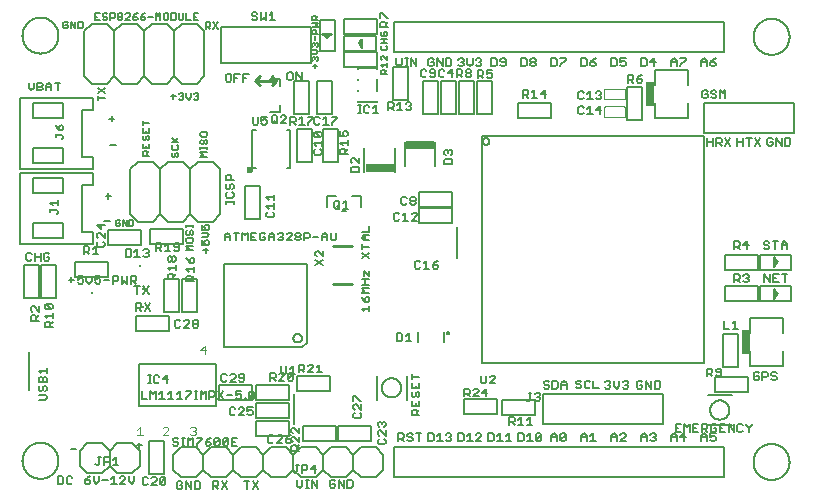
<source format=gbr>
G04 EAGLE Gerber X2 export*
%TF.Part,Single*%
%TF.FileFunction,Legend,Top,1*%
%TF.FilePolarity,Positive*%
%TF.GenerationSoftware,Autodesk,EAGLE,8.6.3*%
%TF.CreationDate,2023-08-17T09:39:48Z*%
G75*
%MOMM*%
%FSLAX34Y34*%
%LPD*%
%AMOC8*
5,1,8,0,0,1.08239X$1,22.5*%
G01*
%ADD10C,0.203200*%
%ADD11C,0.152400*%
%ADD12C,0.127000*%
%ADD13C,0.254000*%
%ADD14R,0.762000X2.032000*%
%ADD15C,0.076200*%
%ADD16C,0.600000*%
%ADD17R,2.450000X0.675000*%
%ADD18C,0.220000*%
%ADD19R,0.200000X0.200000*%
%ADD20C,0.101600*%


D10*
X514760Y20000D02*
X514765Y20374D01*
X514778Y20748D01*
X514801Y21121D01*
X514833Y21494D01*
X514875Y21866D01*
X514925Y22236D01*
X514984Y22605D01*
X515053Y22973D01*
X515130Y23339D01*
X515217Y23703D01*
X515312Y24065D01*
X515416Y24424D01*
X515529Y24781D01*
X515651Y25134D01*
X515781Y25485D01*
X515920Y25832D01*
X516067Y26176D01*
X516223Y26516D01*
X516387Y26852D01*
X516560Y27184D01*
X516740Y27512D01*
X516928Y27835D01*
X517124Y28153D01*
X517328Y28467D01*
X517540Y28775D01*
X517759Y29078D01*
X517986Y29376D01*
X518219Y29668D01*
X518460Y29954D01*
X518708Y30235D01*
X518962Y30509D01*
X519224Y30776D01*
X519491Y31038D01*
X519765Y31292D01*
X520046Y31540D01*
X520332Y31781D01*
X520624Y32014D01*
X520922Y32241D01*
X521225Y32460D01*
X521533Y32672D01*
X521847Y32876D01*
X522165Y33072D01*
X522488Y33260D01*
X522816Y33440D01*
X523148Y33613D01*
X523484Y33777D01*
X523824Y33933D01*
X524168Y34080D01*
X524515Y34219D01*
X524866Y34349D01*
X525219Y34471D01*
X525576Y34584D01*
X525935Y34688D01*
X526297Y34783D01*
X526661Y34870D01*
X527027Y34947D01*
X527395Y35016D01*
X527764Y35075D01*
X528134Y35125D01*
X528506Y35167D01*
X528879Y35199D01*
X529252Y35222D01*
X529626Y35235D01*
X530000Y35240D01*
X530374Y35235D01*
X530748Y35222D01*
X531121Y35199D01*
X531494Y35167D01*
X531866Y35125D01*
X532236Y35075D01*
X532605Y35016D01*
X532973Y34947D01*
X533339Y34870D01*
X533703Y34783D01*
X534065Y34688D01*
X534424Y34584D01*
X534781Y34471D01*
X535134Y34349D01*
X535485Y34219D01*
X535832Y34080D01*
X536176Y33933D01*
X536516Y33777D01*
X536852Y33613D01*
X537184Y33440D01*
X537512Y33260D01*
X537835Y33072D01*
X538153Y32876D01*
X538467Y32672D01*
X538775Y32460D01*
X539078Y32241D01*
X539376Y32014D01*
X539668Y31781D01*
X539954Y31540D01*
X540235Y31292D01*
X540509Y31038D01*
X540776Y30776D01*
X541038Y30509D01*
X541292Y30235D01*
X541540Y29954D01*
X541781Y29668D01*
X542014Y29376D01*
X542241Y29078D01*
X542460Y28775D01*
X542672Y28467D01*
X542876Y28153D01*
X543072Y27835D01*
X543260Y27512D01*
X543440Y27184D01*
X543613Y26852D01*
X543777Y26516D01*
X543933Y26176D01*
X544080Y25832D01*
X544219Y25485D01*
X544349Y25134D01*
X544471Y24781D01*
X544584Y24424D01*
X544688Y24065D01*
X544783Y23703D01*
X544870Y23339D01*
X544947Y22973D01*
X545016Y22605D01*
X545075Y22236D01*
X545125Y21866D01*
X545167Y21494D01*
X545199Y21121D01*
X545222Y20748D01*
X545235Y20374D01*
X545240Y20000D01*
X545235Y19626D01*
X545222Y19252D01*
X545199Y18879D01*
X545167Y18506D01*
X545125Y18134D01*
X545075Y17764D01*
X545016Y17395D01*
X544947Y17027D01*
X544870Y16661D01*
X544783Y16297D01*
X544688Y15935D01*
X544584Y15576D01*
X544471Y15219D01*
X544349Y14866D01*
X544219Y14515D01*
X544080Y14168D01*
X543933Y13824D01*
X543777Y13484D01*
X543613Y13148D01*
X543440Y12816D01*
X543260Y12488D01*
X543072Y12165D01*
X542876Y11847D01*
X542672Y11533D01*
X542460Y11225D01*
X542241Y10922D01*
X542014Y10624D01*
X541781Y10332D01*
X541540Y10046D01*
X541292Y9765D01*
X541038Y9491D01*
X540776Y9224D01*
X540509Y8962D01*
X540235Y8708D01*
X539954Y8460D01*
X539668Y8219D01*
X539376Y7986D01*
X539078Y7759D01*
X538775Y7540D01*
X538467Y7328D01*
X538153Y7124D01*
X537835Y6928D01*
X537512Y6740D01*
X537184Y6560D01*
X536852Y6387D01*
X536516Y6223D01*
X536176Y6067D01*
X535832Y5920D01*
X535485Y5781D01*
X535134Y5651D01*
X534781Y5529D01*
X534424Y5416D01*
X534065Y5312D01*
X533703Y5217D01*
X533339Y5130D01*
X532973Y5053D01*
X532605Y4984D01*
X532236Y4925D01*
X531866Y4875D01*
X531494Y4833D01*
X531121Y4801D01*
X530748Y4778D01*
X530374Y4765D01*
X530000Y4760D01*
X529626Y4765D01*
X529252Y4778D01*
X528879Y4801D01*
X528506Y4833D01*
X528134Y4875D01*
X527764Y4925D01*
X527395Y4984D01*
X527027Y5053D01*
X526661Y5130D01*
X526297Y5217D01*
X525935Y5312D01*
X525576Y5416D01*
X525219Y5529D01*
X524866Y5651D01*
X524515Y5781D01*
X524168Y5920D01*
X523824Y6067D01*
X523484Y6223D01*
X523148Y6387D01*
X522816Y6560D01*
X522488Y6740D01*
X522165Y6928D01*
X521847Y7124D01*
X521533Y7328D01*
X521225Y7540D01*
X520922Y7759D01*
X520624Y7986D01*
X520332Y8219D01*
X520046Y8460D01*
X519765Y8708D01*
X519491Y8962D01*
X519224Y9224D01*
X518962Y9491D01*
X518708Y9765D01*
X518460Y10046D01*
X518219Y10332D01*
X517986Y10624D01*
X517759Y10922D01*
X517540Y11225D01*
X517328Y11533D01*
X517124Y11847D01*
X516928Y12165D01*
X516740Y12488D01*
X516560Y12816D01*
X516387Y13148D01*
X516223Y13484D01*
X516067Y13824D01*
X515920Y14168D01*
X515781Y14515D01*
X515651Y14866D01*
X515529Y15219D01*
X515416Y15576D01*
X515312Y15935D01*
X515217Y16297D01*
X515130Y16661D01*
X515053Y17027D01*
X514984Y17395D01*
X514925Y17764D01*
X514875Y18134D01*
X514833Y18506D01*
X514801Y18879D01*
X514778Y19252D01*
X514765Y19626D01*
X514760Y20000D01*
X514760Y380000D02*
X514765Y380374D01*
X514778Y380748D01*
X514801Y381121D01*
X514833Y381494D01*
X514875Y381866D01*
X514925Y382236D01*
X514984Y382605D01*
X515053Y382973D01*
X515130Y383339D01*
X515217Y383703D01*
X515312Y384065D01*
X515416Y384424D01*
X515529Y384781D01*
X515651Y385134D01*
X515781Y385485D01*
X515920Y385832D01*
X516067Y386176D01*
X516223Y386516D01*
X516387Y386852D01*
X516560Y387184D01*
X516740Y387512D01*
X516928Y387835D01*
X517124Y388153D01*
X517328Y388467D01*
X517540Y388775D01*
X517759Y389078D01*
X517986Y389376D01*
X518219Y389668D01*
X518460Y389954D01*
X518708Y390235D01*
X518962Y390509D01*
X519224Y390776D01*
X519491Y391038D01*
X519765Y391292D01*
X520046Y391540D01*
X520332Y391781D01*
X520624Y392014D01*
X520922Y392241D01*
X521225Y392460D01*
X521533Y392672D01*
X521847Y392876D01*
X522165Y393072D01*
X522488Y393260D01*
X522816Y393440D01*
X523148Y393613D01*
X523484Y393777D01*
X523824Y393933D01*
X524168Y394080D01*
X524515Y394219D01*
X524866Y394349D01*
X525219Y394471D01*
X525576Y394584D01*
X525935Y394688D01*
X526297Y394783D01*
X526661Y394870D01*
X527027Y394947D01*
X527395Y395016D01*
X527764Y395075D01*
X528134Y395125D01*
X528506Y395167D01*
X528879Y395199D01*
X529252Y395222D01*
X529626Y395235D01*
X530000Y395240D01*
X530374Y395235D01*
X530748Y395222D01*
X531121Y395199D01*
X531494Y395167D01*
X531866Y395125D01*
X532236Y395075D01*
X532605Y395016D01*
X532973Y394947D01*
X533339Y394870D01*
X533703Y394783D01*
X534065Y394688D01*
X534424Y394584D01*
X534781Y394471D01*
X535134Y394349D01*
X535485Y394219D01*
X535832Y394080D01*
X536176Y393933D01*
X536516Y393777D01*
X536852Y393613D01*
X537184Y393440D01*
X537512Y393260D01*
X537835Y393072D01*
X538153Y392876D01*
X538467Y392672D01*
X538775Y392460D01*
X539078Y392241D01*
X539376Y392014D01*
X539668Y391781D01*
X539954Y391540D01*
X540235Y391292D01*
X540509Y391038D01*
X540776Y390776D01*
X541038Y390509D01*
X541292Y390235D01*
X541540Y389954D01*
X541781Y389668D01*
X542014Y389376D01*
X542241Y389078D01*
X542460Y388775D01*
X542672Y388467D01*
X542876Y388153D01*
X543072Y387835D01*
X543260Y387512D01*
X543440Y387184D01*
X543613Y386852D01*
X543777Y386516D01*
X543933Y386176D01*
X544080Y385832D01*
X544219Y385485D01*
X544349Y385134D01*
X544471Y384781D01*
X544584Y384424D01*
X544688Y384065D01*
X544783Y383703D01*
X544870Y383339D01*
X544947Y382973D01*
X545016Y382605D01*
X545075Y382236D01*
X545125Y381866D01*
X545167Y381494D01*
X545199Y381121D01*
X545222Y380748D01*
X545235Y380374D01*
X545240Y380000D01*
X545235Y379626D01*
X545222Y379252D01*
X545199Y378879D01*
X545167Y378506D01*
X545125Y378134D01*
X545075Y377764D01*
X545016Y377395D01*
X544947Y377027D01*
X544870Y376661D01*
X544783Y376297D01*
X544688Y375935D01*
X544584Y375576D01*
X544471Y375219D01*
X544349Y374866D01*
X544219Y374515D01*
X544080Y374168D01*
X543933Y373824D01*
X543777Y373484D01*
X543613Y373148D01*
X543440Y372816D01*
X543260Y372488D01*
X543072Y372165D01*
X542876Y371847D01*
X542672Y371533D01*
X542460Y371225D01*
X542241Y370922D01*
X542014Y370624D01*
X541781Y370332D01*
X541540Y370046D01*
X541292Y369765D01*
X541038Y369491D01*
X540776Y369224D01*
X540509Y368962D01*
X540235Y368708D01*
X539954Y368460D01*
X539668Y368219D01*
X539376Y367986D01*
X539078Y367759D01*
X538775Y367540D01*
X538467Y367328D01*
X538153Y367124D01*
X537835Y366928D01*
X537512Y366740D01*
X537184Y366560D01*
X536852Y366387D01*
X536516Y366223D01*
X536176Y366067D01*
X535832Y365920D01*
X535485Y365781D01*
X535134Y365651D01*
X534781Y365529D01*
X534424Y365416D01*
X534065Y365312D01*
X533703Y365217D01*
X533339Y365130D01*
X532973Y365053D01*
X532605Y364984D01*
X532236Y364925D01*
X531866Y364875D01*
X531494Y364833D01*
X531121Y364801D01*
X530748Y364778D01*
X530374Y364765D01*
X530000Y364760D01*
X529626Y364765D01*
X529252Y364778D01*
X528879Y364801D01*
X528506Y364833D01*
X528134Y364875D01*
X527764Y364925D01*
X527395Y364984D01*
X527027Y365053D01*
X526661Y365130D01*
X526297Y365217D01*
X525935Y365312D01*
X525576Y365416D01*
X525219Y365529D01*
X524866Y365651D01*
X524515Y365781D01*
X524168Y365920D01*
X523824Y366067D01*
X523484Y366223D01*
X523148Y366387D01*
X522816Y366560D01*
X522488Y366740D01*
X522165Y366928D01*
X521847Y367124D01*
X521533Y367328D01*
X521225Y367540D01*
X520922Y367759D01*
X520624Y367986D01*
X520332Y368219D01*
X520046Y368460D01*
X519765Y368708D01*
X519491Y368962D01*
X519224Y369224D01*
X518962Y369491D01*
X518708Y369765D01*
X518460Y370046D01*
X518219Y370332D01*
X517986Y370624D01*
X517759Y370922D01*
X517540Y371225D01*
X517328Y371533D01*
X517124Y371847D01*
X516928Y372165D01*
X516740Y372488D01*
X516560Y372816D01*
X516387Y373148D01*
X516223Y373484D01*
X516067Y373824D01*
X515920Y374168D01*
X515781Y374515D01*
X515651Y374866D01*
X515529Y375219D01*
X515416Y375576D01*
X515312Y375935D01*
X515217Y376297D01*
X515130Y376661D01*
X515053Y377027D01*
X514984Y377395D01*
X514925Y377764D01*
X514875Y378134D01*
X514833Y378506D01*
X514801Y378879D01*
X514778Y379252D01*
X514765Y379626D01*
X514760Y380000D01*
X-104206Y21016D02*
X-104201Y21390D01*
X-104188Y21764D01*
X-104165Y22137D01*
X-104133Y22510D01*
X-104091Y22882D01*
X-104041Y23252D01*
X-103982Y23621D01*
X-103913Y23989D01*
X-103836Y24355D01*
X-103749Y24719D01*
X-103654Y25081D01*
X-103550Y25440D01*
X-103437Y25797D01*
X-103315Y26150D01*
X-103185Y26501D01*
X-103046Y26848D01*
X-102899Y27192D01*
X-102743Y27532D01*
X-102579Y27868D01*
X-102406Y28200D01*
X-102226Y28528D01*
X-102038Y28851D01*
X-101842Y29169D01*
X-101638Y29483D01*
X-101426Y29791D01*
X-101207Y30094D01*
X-100980Y30392D01*
X-100747Y30684D01*
X-100506Y30970D01*
X-100258Y31251D01*
X-100004Y31525D01*
X-99742Y31792D01*
X-99475Y32054D01*
X-99201Y32308D01*
X-98920Y32556D01*
X-98634Y32797D01*
X-98342Y33030D01*
X-98044Y33257D01*
X-97741Y33476D01*
X-97433Y33688D01*
X-97119Y33892D01*
X-96801Y34088D01*
X-96478Y34276D01*
X-96150Y34456D01*
X-95818Y34629D01*
X-95482Y34793D01*
X-95142Y34949D01*
X-94798Y35096D01*
X-94451Y35235D01*
X-94100Y35365D01*
X-93747Y35487D01*
X-93390Y35600D01*
X-93031Y35704D01*
X-92669Y35799D01*
X-92305Y35886D01*
X-91939Y35963D01*
X-91571Y36032D01*
X-91202Y36091D01*
X-90832Y36141D01*
X-90460Y36183D01*
X-90087Y36215D01*
X-89714Y36238D01*
X-89340Y36251D01*
X-88966Y36256D01*
X-88592Y36251D01*
X-88218Y36238D01*
X-87845Y36215D01*
X-87472Y36183D01*
X-87100Y36141D01*
X-86730Y36091D01*
X-86361Y36032D01*
X-85993Y35963D01*
X-85627Y35886D01*
X-85263Y35799D01*
X-84901Y35704D01*
X-84542Y35600D01*
X-84185Y35487D01*
X-83832Y35365D01*
X-83481Y35235D01*
X-83134Y35096D01*
X-82790Y34949D01*
X-82450Y34793D01*
X-82114Y34629D01*
X-81782Y34456D01*
X-81454Y34276D01*
X-81131Y34088D01*
X-80813Y33892D01*
X-80499Y33688D01*
X-80191Y33476D01*
X-79888Y33257D01*
X-79590Y33030D01*
X-79298Y32797D01*
X-79012Y32556D01*
X-78731Y32308D01*
X-78457Y32054D01*
X-78190Y31792D01*
X-77928Y31525D01*
X-77674Y31251D01*
X-77426Y30970D01*
X-77185Y30684D01*
X-76952Y30392D01*
X-76725Y30094D01*
X-76506Y29791D01*
X-76294Y29483D01*
X-76090Y29169D01*
X-75894Y28851D01*
X-75706Y28528D01*
X-75526Y28200D01*
X-75353Y27868D01*
X-75189Y27532D01*
X-75033Y27192D01*
X-74886Y26848D01*
X-74747Y26501D01*
X-74617Y26150D01*
X-74495Y25797D01*
X-74382Y25440D01*
X-74278Y25081D01*
X-74183Y24719D01*
X-74096Y24355D01*
X-74019Y23989D01*
X-73950Y23621D01*
X-73891Y23252D01*
X-73841Y22882D01*
X-73799Y22510D01*
X-73767Y22137D01*
X-73744Y21764D01*
X-73731Y21390D01*
X-73726Y21016D01*
X-73731Y20642D01*
X-73744Y20268D01*
X-73767Y19895D01*
X-73799Y19522D01*
X-73841Y19150D01*
X-73891Y18780D01*
X-73950Y18411D01*
X-74019Y18043D01*
X-74096Y17677D01*
X-74183Y17313D01*
X-74278Y16951D01*
X-74382Y16592D01*
X-74495Y16235D01*
X-74617Y15882D01*
X-74747Y15531D01*
X-74886Y15184D01*
X-75033Y14840D01*
X-75189Y14500D01*
X-75353Y14164D01*
X-75526Y13832D01*
X-75706Y13504D01*
X-75894Y13181D01*
X-76090Y12863D01*
X-76294Y12549D01*
X-76506Y12241D01*
X-76725Y11938D01*
X-76952Y11640D01*
X-77185Y11348D01*
X-77426Y11062D01*
X-77674Y10781D01*
X-77928Y10507D01*
X-78190Y10240D01*
X-78457Y9978D01*
X-78731Y9724D01*
X-79012Y9476D01*
X-79298Y9235D01*
X-79590Y9002D01*
X-79888Y8775D01*
X-80191Y8556D01*
X-80499Y8344D01*
X-80813Y8140D01*
X-81131Y7944D01*
X-81454Y7756D01*
X-81782Y7576D01*
X-82114Y7403D01*
X-82450Y7239D01*
X-82790Y7083D01*
X-83134Y6936D01*
X-83481Y6797D01*
X-83832Y6667D01*
X-84185Y6545D01*
X-84542Y6432D01*
X-84901Y6328D01*
X-85263Y6233D01*
X-85627Y6146D01*
X-85993Y6069D01*
X-86361Y6000D01*
X-86730Y5941D01*
X-87100Y5891D01*
X-87472Y5849D01*
X-87845Y5817D01*
X-88218Y5794D01*
X-88592Y5781D01*
X-88966Y5776D01*
X-89340Y5781D01*
X-89714Y5794D01*
X-90087Y5817D01*
X-90460Y5849D01*
X-90832Y5891D01*
X-91202Y5941D01*
X-91571Y6000D01*
X-91939Y6069D01*
X-92305Y6146D01*
X-92669Y6233D01*
X-93031Y6328D01*
X-93390Y6432D01*
X-93747Y6545D01*
X-94100Y6667D01*
X-94451Y6797D01*
X-94798Y6936D01*
X-95142Y7083D01*
X-95482Y7239D01*
X-95818Y7403D01*
X-96150Y7576D01*
X-96478Y7756D01*
X-96801Y7944D01*
X-97119Y8140D01*
X-97433Y8344D01*
X-97741Y8556D01*
X-98044Y8775D01*
X-98342Y9002D01*
X-98634Y9235D01*
X-98920Y9476D01*
X-99201Y9724D01*
X-99475Y9978D01*
X-99742Y10240D01*
X-100004Y10507D01*
X-100258Y10781D01*
X-100506Y11062D01*
X-100747Y11348D01*
X-100980Y11640D01*
X-101207Y11938D01*
X-101426Y12241D01*
X-101638Y12549D01*
X-101842Y12863D01*
X-102038Y13181D01*
X-102226Y13504D01*
X-102406Y13832D01*
X-102579Y14164D01*
X-102743Y14500D01*
X-102899Y14840D01*
X-103046Y15184D01*
X-103185Y15531D01*
X-103315Y15882D01*
X-103437Y16235D01*
X-103550Y16592D01*
X-103654Y16951D01*
X-103749Y17313D01*
X-103836Y17677D01*
X-103913Y18043D01*
X-103982Y18411D01*
X-104041Y18780D01*
X-104091Y19150D01*
X-104133Y19522D01*
X-104165Y19895D01*
X-104188Y20268D01*
X-104201Y20642D01*
X-104206Y21016D01*
D11*
X445262Y37592D02*
X445262Y41998D01*
X447465Y44202D01*
X449668Y41998D01*
X449668Y37592D01*
X449668Y40897D02*
X445262Y40897D01*
X456051Y37592D02*
X456051Y44202D01*
X452746Y40897D01*
X457153Y40897D01*
X419862Y41998D02*
X419862Y37592D01*
X419862Y41998D02*
X422065Y44202D01*
X424268Y41998D01*
X424268Y37592D01*
X424268Y40897D02*
X419862Y40897D01*
X427346Y43100D02*
X428448Y44202D01*
X430651Y44202D01*
X431753Y43100D01*
X431753Y41998D01*
X430651Y40897D01*
X429549Y40897D01*
X430651Y40897D02*
X431753Y39795D01*
X431753Y38694D01*
X430651Y37592D01*
X428448Y37592D01*
X427346Y38694D01*
X394462Y37592D02*
X394462Y41998D01*
X396665Y44202D01*
X398868Y41998D01*
X398868Y37592D01*
X398868Y40897D02*
X394462Y40897D01*
X401946Y37592D02*
X406353Y37592D01*
X406353Y41998D02*
X401946Y37592D01*
X406353Y41998D02*
X406353Y43100D01*
X405251Y44202D01*
X403048Y44202D01*
X401946Y43100D01*
X369062Y41998D02*
X369062Y37592D01*
X369062Y41998D02*
X371265Y44202D01*
X373468Y41998D01*
X373468Y37592D01*
X373468Y40897D02*
X369062Y40897D01*
X376546Y41998D02*
X378749Y44202D01*
X378749Y37592D01*
X376546Y37592D02*
X380953Y37592D01*
X343662Y37592D02*
X343662Y41998D01*
X345865Y44202D01*
X348068Y41998D01*
X348068Y37592D01*
X348068Y40897D02*
X343662Y40897D01*
X351146Y38694D02*
X351146Y43100D01*
X352248Y44202D01*
X354451Y44202D01*
X355553Y43100D01*
X355553Y38694D01*
X354451Y37592D01*
X352248Y37592D01*
X351146Y38694D01*
X355553Y43100D01*
X212344Y357295D02*
X212344Y361702D01*
X212344Y357295D02*
X214547Y355092D01*
X216750Y357295D01*
X216750Y361702D01*
X219828Y355092D02*
X222031Y355092D01*
X220930Y355092D02*
X220930Y361702D01*
X222031Y361702D02*
X219828Y361702D01*
X224818Y361702D02*
X224818Y355092D01*
X229224Y355092D02*
X224818Y361702D01*
X229224Y361702D02*
X229224Y355092D01*
X318262Y355092D02*
X318262Y361702D01*
X318262Y355092D02*
X321567Y355092D01*
X322668Y356194D01*
X322668Y360600D01*
X321567Y361702D01*
X318262Y361702D01*
X325746Y360600D02*
X326848Y361702D01*
X329051Y361702D01*
X330153Y360600D01*
X330153Y359498D01*
X329051Y358397D01*
X330153Y357295D01*
X330153Y356194D01*
X329051Y355092D01*
X326848Y355092D01*
X325746Y356194D01*
X325746Y357295D01*
X326848Y358397D01*
X325746Y359498D01*
X325746Y360600D01*
X326848Y358397D02*
X329051Y358397D01*
X419862Y361702D02*
X419862Y355092D01*
X423167Y355092D01*
X424268Y356194D01*
X424268Y360600D01*
X423167Y361702D01*
X419862Y361702D01*
X430651Y361702D02*
X430651Y355092D01*
X427346Y358397D02*
X430651Y361702D01*
X431753Y358397D02*
X427346Y358397D01*
X343662Y361702D02*
X343662Y355092D01*
X346967Y355092D01*
X348068Y356194D01*
X348068Y360600D01*
X346967Y361702D01*
X343662Y361702D01*
X351146Y361702D02*
X355553Y361702D01*
X355553Y360600D01*
X351146Y356194D01*
X351146Y355092D01*
X394462Y355092D02*
X394462Y361702D01*
X394462Y355092D02*
X397767Y355092D01*
X398868Y356194D01*
X398868Y360600D01*
X397767Y361702D01*
X394462Y361702D01*
X401946Y361702D02*
X406353Y361702D01*
X401946Y361702D02*
X401946Y358397D01*
X404149Y359498D01*
X405251Y359498D01*
X406353Y358397D01*
X406353Y356194D01*
X405251Y355092D01*
X403048Y355092D01*
X401946Y356194D01*
X266024Y361702D02*
X264922Y360600D01*
X266024Y361702D02*
X268227Y361702D01*
X269328Y360600D01*
X269328Y359498D01*
X268227Y358397D01*
X267125Y358397D01*
X268227Y358397D02*
X269328Y357295D01*
X269328Y356194D01*
X268227Y355092D01*
X266024Y355092D01*
X264922Y356194D01*
X272406Y357295D02*
X272406Y361702D01*
X272406Y357295D02*
X274609Y355092D01*
X276813Y357295D01*
X276813Y361702D01*
X279890Y360600D02*
X280992Y361702D01*
X283195Y361702D01*
X284297Y360600D01*
X284297Y359498D01*
X283195Y358397D01*
X282094Y358397D01*
X283195Y358397D02*
X284297Y357295D01*
X284297Y356194D01*
X283195Y355092D01*
X280992Y355092D01*
X279890Y356194D01*
X292862Y355092D02*
X292862Y361702D01*
X292862Y355092D02*
X296167Y355092D01*
X297268Y356194D01*
X297268Y360600D01*
X296167Y361702D01*
X292862Y361702D01*
X300346Y356194D02*
X301448Y355092D01*
X303651Y355092D01*
X304753Y356194D01*
X304753Y360600D01*
X303651Y361702D01*
X301448Y361702D01*
X300346Y360600D01*
X300346Y359498D01*
X301448Y358397D01*
X304753Y358397D01*
X243928Y360600D02*
X242827Y361702D01*
X240624Y361702D01*
X239522Y360600D01*
X239522Y356194D01*
X240624Y355092D01*
X242827Y355092D01*
X243928Y356194D01*
X243928Y358397D01*
X241725Y358397D01*
X247006Y355092D02*
X247006Y361702D01*
X251413Y355092D01*
X251413Y361702D01*
X254490Y361702D02*
X254490Y355092D01*
X257795Y355092D01*
X258897Y356194D01*
X258897Y360600D01*
X257795Y361702D01*
X254490Y361702D01*
D10*
X-104206Y381016D02*
X-104201Y381390D01*
X-104188Y381764D01*
X-104165Y382137D01*
X-104133Y382510D01*
X-104091Y382882D01*
X-104041Y383252D01*
X-103982Y383621D01*
X-103913Y383989D01*
X-103836Y384355D01*
X-103749Y384719D01*
X-103654Y385081D01*
X-103550Y385440D01*
X-103437Y385797D01*
X-103315Y386150D01*
X-103185Y386501D01*
X-103046Y386848D01*
X-102899Y387192D01*
X-102743Y387532D01*
X-102579Y387868D01*
X-102406Y388200D01*
X-102226Y388528D01*
X-102038Y388851D01*
X-101842Y389169D01*
X-101638Y389483D01*
X-101426Y389791D01*
X-101207Y390094D01*
X-100980Y390392D01*
X-100747Y390684D01*
X-100506Y390970D01*
X-100258Y391251D01*
X-100004Y391525D01*
X-99742Y391792D01*
X-99475Y392054D01*
X-99201Y392308D01*
X-98920Y392556D01*
X-98634Y392797D01*
X-98342Y393030D01*
X-98044Y393257D01*
X-97741Y393476D01*
X-97433Y393688D01*
X-97119Y393892D01*
X-96801Y394088D01*
X-96478Y394276D01*
X-96150Y394456D01*
X-95818Y394629D01*
X-95482Y394793D01*
X-95142Y394949D01*
X-94798Y395096D01*
X-94451Y395235D01*
X-94100Y395365D01*
X-93747Y395487D01*
X-93390Y395600D01*
X-93031Y395704D01*
X-92669Y395799D01*
X-92305Y395886D01*
X-91939Y395963D01*
X-91571Y396032D01*
X-91202Y396091D01*
X-90832Y396141D01*
X-90460Y396183D01*
X-90087Y396215D01*
X-89714Y396238D01*
X-89340Y396251D01*
X-88966Y396256D01*
X-88592Y396251D01*
X-88218Y396238D01*
X-87845Y396215D01*
X-87472Y396183D01*
X-87100Y396141D01*
X-86730Y396091D01*
X-86361Y396032D01*
X-85993Y395963D01*
X-85627Y395886D01*
X-85263Y395799D01*
X-84901Y395704D01*
X-84542Y395600D01*
X-84185Y395487D01*
X-83832Y395365D01*
X-83481Y395235D01*
X-83134Y395096D01*
X-82790Y394949D01*
X-82450Y394793D01*
X-82114Y394629D01*
X-81782Y394456D01*
X-81454Y394276D01*
X-81131Y394088D01*
X-80813Y393892D01*
X-80499Y393688D01*
X-80191Y393476D01*
X-79888Y393257D01*
X-79590Y393030D01*
X-79298Y392797D01*
X-79012Y392556D01*
X-78731Y392308D01*
X-78457Y392054D01*
X-78190Y391792D01*
X-77928Y391525D01*
X-77674Y391251D01*
X-77426Y390970D01*
X-77185Y390684D01*
X-76952Y390392D01*
X-76725Y390094D01*
X-76506Y389791D01*
X-76294Y389483D01*
X-76090Y389169D01*
X-75894Y388851D01*
X-75706Y388528D01*
X-75526Y388200D01*
X-75353Y387868D01*
X-75189Y387532D01*
X-75033Y387192D01*
X-74886Y386848D01*
X-74747Y386501D01*
X-74617Y386150D01*
X-74495Y385797D01*
X-74382Y385440D01*
X-74278Y385081D01*
X-74183Y384719D01*
X-74096Y384355D01*
X-74019Y383989D01*
X-73950Y383621D01*
X-73891Y383252D01*
X-73841Y382882D01*
X-73799Y382510D01*
X-73767Y382137D01*
X-73744Y381764D01*
X-73731Y381390D01*
X-73726Y381016D01*
X-73731Y380642D01*
X-73744Y380268D01*
X-73767Y379895D01*
X-73799Y379522D01*
X-73841Y379150D01*
X-73891Y378780D01*
X-73950Y378411D01*
X-74019Y378043D01*
X-74096Y377677D01*
X-74183Y377313D01*
X-74278Y376951D01*
X-74382Y376592D01*
X-74495Y376235D01*
X-74617Y375882D01*
X-74747Y375531D01*
X-74886Y375184D01*
X-75033Y374840D01*
X-75189Y374500D01*
X-75353Y374164D01*
X-75526Y373832D01*
X-75706Y373504D01*
X-75894Y373181D01*
X-76090Y372863D01*
X-76294Y372549D01*
X-76506Y372241D01*
X-76725Y371938D01*
X-76952Y371640D01*
X-77185Y371348D01*
X-77426Y371062D01*
X-77674Y370781D01*
X-77928Y370507D01*
X-78190Y370240D01*
X-78457Y369978D01*
X-78731Y369724D01*
X-79012Y369476D01*
X-79298Y369235D01*
X-79590Y369002D01*
X-79888Y368775D01*
X-80191Y368556D01*
X-80499Y368344D01*
X-80813Y368140D01*
X-81131Y367944D01*
X-81454Y367756D01*
X-81782Y367576D01*
X-82114Y367403D01*
X-82450Y367239D01*
X-82790Y367083D01*
X-83134Y366936D01*
X-83481Y366797D01*
X-83832Y366667D01*
X-84185Y366545D01*
X-84542Y366432D01*
X-84901Y366328D01*
X-85263Y366233D01*
X-85627Y366146D01*
X-85993Y366069D01*
X-86361Y366000D01*
X-86730Y365941D01*
X-87100Y365891D01*
X-87472Y365849D01*
X-87845Y365817D01*
X-88218Y365794D01*
X-88592Y365781D01*
X-88966Y365776D01*
X-89340Y365781D01*
X-89714Y365794D01*
X-90087Y365817D01*
X-90460Y365849D01*
X-90832Y365891D01*
X-91202Y365941D01*
X-91571Y366000D01*
X-91939Y366069D01*
X-92305Y366146D01*
X-92669Y366233D01*
X-93031Y366328D01*
X-93390Y366432D01*
X-93747Y366545D01*
X-94100Y366667D01*
X-94451Y366797D01*
X-94798Y366936D01*
X-95142Y367083D01*
X-95482Y367239D01*
X-95818Y367403D01*
X-96150Y367576D01*
X-96478Y367756D01*
X-96801Y367944D01*
X-97119Y368140D01*
X-97433Y368344D01*
X-97741Y368556D01*
X-98044Y368775D01*
X-98342Y369002D01*
X-98634Y369235D01*
X-98920Y369476D01*
X-99201Y369724D01*
X-99475Y369978D01*
X-99742Y370240D01*
X-100004Y370507D01*
X-100258Y370781D01*
X-100506Y371062D01*
X-100747Y371348D01*
X-100980Y371640D01*
X-101207Y371938D01*
X-101426Y372241D01*
X-101638Y372549D01*
X-101842Y372863D01*
X-102038Y373181D01*
X-102226Y373504D01*
X-102406Y373832D01*
X-102579Y374164D01*
X-102743Y374500D01*
X-102899Y374840D01*
X-103046Y375184D01*
X-103185Y375531D01*
X-103315Y375882D01*
X-103437Y376235D01*
X-103550Y376592D01*
X-103654Y376951D01*
X-103749Y377313D01*
X-103836Y377677D01*
X-103913Y378043D01*
X-103982Y378411D01*
X-104041Y378780D01*
X-104091Y379150D01*
X-104133Y379522D01*
X-104165Y379895D01*
X-104188Y380268D01*
X-104201Y380642D01*
X-104206Y381016D01*
D11*
X470662Y359498D02*
X470662Y355092D01*
X470662Y359498D02*
X472865Y361702D01*
X475068Y359498D01*
X475068Y355092D01*
X475068Y358397D02*
X470662Y358397D01*
X480349Y360600D02*
X482553Y361702D01*
X480349Y360600D02*
X478146Y358397D01*
X478146Y356194D01*
X479248Y355092D01*
X481451Y355092D01*
X482553Y356194D01*
X482553Y357295D01*
X481451Y358397D01*
X478146Y358397D01*
X445262Y359498D02*
X445262Y355092D01*
X445262Y359498D02*
X447465Y361702D01*
X449668Y359498D01*
X449668Y355092D01*
X449668Y358397D02*
X445262Y358397D01*
X452746Y361702D02*
X457153Y361702D01*
X457153Y360600D01*
X452746Y356194D01*
X452746Y355092D01*
X369062Y355092D02*
X369062Y361702D01*
X369062Y355092D02*
X372367Y355092D01*
X373468Y356194D01*
X373468Y360600D01*
X372367Y361702D01*
X369062Y361702D01*
X378749Y360600D02*
X380953Y361702D01*
X378749Y360600D02*
X376546Y358397D01*
X376546Y356194D01*
X377648Y355092D01*
X379851Y355092D01*
X380953Y356194D01*
X380953Y357295D01*
X379851Y358397D01*
X376546Y358397D01*
X470662Y41998D02*
X470662Y37592D01*
X470662Y41998D02*
X472865Y44202D01*
X475068Y41998D01*
X475068Y37592D01*
X475068Y40897D02*
X470662Y40897D01*
X478146Y44202D02*
X482553Y44202D01*
X478146Y44202D02*
X478146Y40897D01*
X480349Y41998D01*
X481451Y41998D01*
X482553Y40897D01*
X482553Y38694D01*
X481451Y37592D01*
X479248Y37592D01*
X478146Y38694D01*
X315722Y37592D02*
X315722Y44202D01*
X315722Y37592D02*
X319027Y37592D01*
X320128Y38694D01*
X320128Y43100D01*
X319027Y44202D01*
X315722Y44202D01*
X323206Y41998D02*
X325409Y44202D01*
X325409Y37592D01*
X323206Y37592D02*
X327613Y37592D01*
X330690Y38694D02*
X330690Y43100D01*
X331792Y44202D01*
X333995Y44202D01*
X335097Y43100D01*
X335097Y38694D01*
X333995Y37592D01*
X331792Y37592D01*
X330690Y38694D01*
X335097Y43100D01*
X290322Y44202D02*
X290322Y37592D01*
X293627Y37592D01*
X294728Y38694D01*
X294728Y43100D01*
X293627Y44202D01*
X290322Y44202D01*
X297806Y41998D02*
X300009Y44202D01*
X300009Y37592D01*
X297806Y37592D02*
X302213Y37592D01*
X305290Y41998D02*
X307494Y44202D01*
X307494Y37592D01*
X309697Y37592D02*
X305290Y37592D01*
X264922Y37592D02*
X264922Y44202D01*
X264922Y37592D02*
X268227Y37592D01*
X269328Y38694D01*
X269328Y43100D01*
X268227Y44202D01*
X264922Y44202D01*
X272406Y41998D02*
X274609Y44202D01*
X274609Y37592D01*
X272406Y37592D02*
X276813Y37592D01*
X279890Y37592D02*
X284297Y37592D01*
X284297Y41998D02*
X279890Y37592D01*
X284297Y41998D02*
X284297Y43100D01*
X283195Y44202D01*
X280992Y44202D01*
X279890Y43100D01*
X239522Y44202D02*
X239522Y37592D01*
X242827Y37592D01*
X243928Y38694D01*
X243928Y43100D01*
X242827Y44202D01*
X239522Y44202D01*
X247006Y41998D02*
X249209Y44202D01*
X249209Y37592D01*
X247006Y37592D02*
X251413Y37592D01*
X254490Y43100D02*
X255592Y44202D01*
X257795Y44202D01*
X258897Y43100D01*
X258897Y41998D01*
X257795Y40897D01*
X256694Y40897D01*
X257795Y40897D02*
X258897Y39795D01*
X258897Y38694D01*
X257795Y37592D01*
X255592Y37592D01*
X254490Y38694D01*
X214122Y37592D02*
X214122Y44202D01*
X217427Y44202D01*
X218528Y43100D01*
X218528Y40897D01*
X217427Y39795D01*
X214122Y39795D01*
X216325Y39795D02*
X218528Y37592D01*
X224911Y44202D02*
X226013Y43100D01*
X224911Y44202D02*
X222708Y44202D01*
X221606Y43100D01*
X221606Y41998D01*
X222708Y40897D01*
X224911Y40897D01*
X226013Y39795D01*
X226013Y38694D01*
X224911Y37592D01*
X222708Y37592D01*
X221606Y38694D01*
X231294Y37592D02*
X231294Y44202D01*
X233497Y44202D02*
X229090Y44202D01*
X-99060Y336721D02*
X-99060Y341128D01*
X-99060Y336721D02*
X-96857Y334518D01*
X-94654Y336721D01*
X-94654Y341128D01*
X-91576Y341128D02*
X-91576Y334518D01*
X-91576Y341128D02*
X-88271Y341128D01*
X-87169Y340026D01*
X-87169Y338924D01*
X-88271Y337823D01*
X-87169Y336721D01*
X-87169Y335620D01*
X-88271Y334518D01*
X-91576Y334518D01*
X-91576Y337823D02*
X-88271Y337823D01*
X-84092Y338924D02*
X-84092Y334518D01*
X-84092Y338924D02*
X-81889Y341128D01*
X-79685Y338924D01*
X-79685Y334518D01*
X-79685Y337823D02*
X-84092Y337823D01*
X-74404Y334518D02*
X-74404Y341128D01*
X-72201Y341128D02*
X-76608Y341128D01*
X-97533Y197110D02*
X-96432Y196008D01*
X-97533Y197110D02*
X-99736Y197110D01*
X-100838Y196008D01*
X-100838Y191602D01*
X-99736Y190500D01*
X-97533Y190500D01*
X-96432Y191602D01*
X-93354Y190500D02*
X-93354Y197110D01*
X-93354Y193805D02*
X-88947Y193805D01*
X-88947Y197110D02*
X-88947Y190500D01*
X-82565Y197110D02*
X-81463Y196008D01*
X-82565Y197110D02*
X-84768Y197110D01*
X-85870Y196008D01*
X-85870Y191602D01*
X-84768Y190500D01*
X-82565Y190500D01*
X-81463Y191602D01*
X-81463Y193805D01*
X-83667Y193805D01*
X-33782Y245113D02*
X-29376Y245113D01*
X-31579Y247316D02*
X-31579Y242910D01*
X-30392Y223777D02*
X-34798Y223777D01*
X-30988Y310645D02*
X-26582Y310645D01*
X-28785Y312848D02*
X-28785Y308442D01*
X-29718Y288293D02*
X-25312Y288293D01*
X367541Y88906D02*
X368642Y87804D01*
X367541Y88906D02*
X365338Y88906D01*
X364236Y87804D01*
X364236Y86702D01*
X365338Y85601D01*
X367541Y85601D01*
X368642Y84499D01*
X368642Y83398D01*
X367541Y82296D01*
X365338Y82296D01*
X364236Y83398D01*
X375025Y88906D02*
X376127Y87804D01*
X375025Y88906D02*
X372822Y88906D01*
X371720Y87804D01*
X371720Y83398D01*
X372822Y82296D01*
X375025Y82296D01*
X376127Y83398D01*
X379204Y82296D02*
X379204Y88906D01*
X379204Y82296D02*
X383611Y82296D01*
X341464Y87550D02*
X340363Y88652D01*
X338160Y88652D01*
X337058Y87550D01*
X337058Y86448D01*
X338160Y85347D01*
X340363Y85347D01*
X341464Y84245D01*
X341464Y83144D01*
X340363Y82042D01*
X338160Y82042D01*
X337058Y83144D01*
X344542Y82042D02*
X344542Y88652D01*
X344542Y82042D02*
X347847Y82042D01*
X348949Y83144D01*
X348949Y87550D01*
X347847Y88652D01*
X344542Y88652D01*
X352026Y86448D02*
X352026Y82042D01*
X352026Y86448D02*
X354230Y88652D01*
X356433Y86448D01*
X356433Y82042D01*
X356433Y85347D02*
X352026Y85347D01*
X389128Y87550D02*
X390230Y88652D01*
X392433Y88652D01*
X393534Y87550D01*
X393534Y86448D01*
X392433Y85347D01*
X391331Y85347D01*
X392433Y85347D02*
X393534Y84245D01*
X393534Y83144D01*
X392433Y82042D01*
X390230Y82042D01*
X389128Y83144D01*
X396612Y84245D02*
X396612Y88652D01*
X396612Y84245D02*
X398815Y82042D01*
X401019Y84245D01*
X401019Y88652D01*
X404096Y87550D02*
X405198Y88652D01*
X407401Y88652D01*
X408503Y87550D01*
X408503Y86448D01*
X407401Y85347D01*
X406300Y85347D01*
X407401Y85347D02*
X408503Y84245D01*
X408503Y83144D01*
X407401Y82042D01*
X405198Y82042D01*
X404096Y83144D01*
D12*
X50990Y386573D02*
X50990Y392308D01*
X53857Y392308D01*
X54813Y391352D01*
X54813Y389440D01*
X53857Y388485D01*
X50990Y388485D01*
X52902Y388485D02*
X54813Y386573D01*
X57436Y392308D02*
X61259Y386573D01*
X57436Y386573D02*
X61259Y392308D01*
D11*
X419357Y88652D02*
X420458Y87550D01*
X419357Y88652D02*
X417154Y88652D01*
X416052Y87550D01*
X416052Y83144D01*
X417154Y82042D01*
X419357Y82042D01*
X420458Y83144D01*
X420458Y85347D01*
X418255Y85347D01*
X423536Y82042D02*
X423536Y88652D01*
X427943Y82042D01*
X427943Y88652D01*
X431020Y88652D02*
X431020Y82042D01*
X434325Y82042D01*
X435427Y83144D01*
X435427Y87550D01*
X434325Y88652D01*
X431020Y88652D01*
X530948Y293290D02*
X529847Y294392D01*
X527644Y294392D01*
X526542Y293290D01*
X526542Y288884D01*
X527644Y287782D01*
X529847Y287782D01*
X530948Y288884D01*
X530948Y291087D01*
X528745Y291087D01*
X534026Y287782D02*
X534026Y294392D01*
X538433Y287782D01*
X538433Y294392D01*
X541510Y294392D02*
X541510Y287782D01*
X544815Y287782D01*
X545917Y288884D01*
X545917Y293290D01*
X544815Y294392D01*
X541510Y294392D01*
X501142Y294392D02*
X501142Y287782D01*
X501142Y291087D02*
X505548Y291087D01*
X505548Y294392D02*
X505548Y287782D01*
X510829Y287782D02*
X510829Y294392D01*
X508626Y294392D02*
X513033Y294392D01*
X516110Y294392D02*
X520517Y287782D01*
X516110Y287782D02*
X520517Y294392D01*
X475742Y294392D02*
X475742Y287782D01*
X475742Y291087D02*
X480148Y291087D01*
X480148Y294392D02*
X480148Y287782D01*
X483226Y287782D02*
X483226Y294392D01*
X486531Y294392D01*
X487633Y293290D01*
X487633Y291087D01*
X486531Y289985D01*
X483226Y289985D01*
X485429Y289985D02*
X487633Y287782D01*
X490710Y294392D02*
X495117Y287782D01*
X490710Y287782D02*
X495117Y294392D01*
D13*
X110490Y342900D02*
X92710Y342900D01*
X106680Y346710D02*
X110490Y342900D01*
X106680Y339090D01*
X96520Y346710D02*
X92710Y342900D01*
X96520Y339090D01*
D11*
X121244Y349764D02*
X123447Y349764D01*
X121244Y349764D02*
X120142Y348662D01*
X120142Y344256D01*
X121244Y343154D01*
X123447Y343154D01*
X124548Y344256D01*
X124548Y348662D01*
X123447Y349764D01*
X127626Y349764D02*
X127626Y343154D01*
X132033Y343154D02*
X127626Y349764D01*
X132033Y349764D02*
X132033Y343154D01*
X71123Y348494D02*
X68920Y348494D01*
X67818Y347392D01*
X67818Y342986D01*
X68920Y341884D01*
X71123Y341884D01*
X72224Y342986D01*
X72224Y347392D01*
X71123Y348494D01*
X75302Y348494D02*
X75302Y341884D01*
X75302Y348494D02*
X79709Y348494D01*
X77505Y345189D02*
X75302Y345189D01*
X82786Y341884D02*
X82786Y348494D01*
X87193Y348494D01*
X84990Y345189D02*
X82786Y345189D01*
X-73914Y7880D02*
X-73914Y1270D01*
X-70609Y1270D01*
X-69508Y2372D01*
X-69508Y6778D01*
X-70609Y7880D01*
X-73914Y7880D01*
X-63125Y7880D02*
X-62023Y6778D01*
X-63125Y7880D02*
X-65328Y7880D01*
X-66430Y6778D01*
X-66430Y2372D01*
X-65328Y1270D01*
X-63125Y1270D01*
X-62023Y2372D01*
X-49258Y6778D02*
X-47055Y7880D01*
X-49258Y6778D02*
X-51462Y4575D01*
X-51462Y2372D01*
X-50360Y1270D01*
X-48157Y1270D01*
X-47055Y2372D01*
X-47055Y3473D01*
X-48157Y4575D01*
X-51462Y4575D01*
X-43977Y3473D02*
X-43977Y7880D01*
X-43977Y3473D02*
X-41774Y1270D01*
X-39571Y3473D01*
X-39571Y7880D01*
X-36493Y4575D02*
X-32087Y4575D01*
X-29009Y5676D02*
X-26806Y7880D01*
X-26806Y1270D01*
X-29009Y1270D02*
X-24603Y1270D01*
X-21525Y1270D02*
X-17119Y1270D01*
X-21525Y1270D02*
X-17119Y5676D01*
X-17119Y6778D01*
X-18220Y7880D01*
X-20423Y7880D01*
X-21525Y6778D01*
X-14041Y7880D02*
X-14041Y3473D01*
X-11838Y1270D01*
X-9634Y3473D01*
X-9634Y7880D01*
X26673Y40392D02*
X27774Y39290D01*
X26673Y40392D02*
X24470Y40392D01*
X23368Y39290D01*
X23368Y38188D01*
X24470Y37087D01*
X26673Y37087D01*
X27774Y35985D01*
X27774Y34884D01*
X26673Y33782D01*
X24470Y33782D01*
X23368Y34884D01*
X30852Y33782D02*
X33055Y33782D01*
X31954Y33782D02*
X31954Y40392D01*
X33055Y40392D02*
X30852Y40392D01*
X35842Y40392D02*
X35842Y33782D01*
X38045Y38188D02*
X35842Y40392D01*
X38045Y38188D02*
X40248Y40392D01*
X40248Y33782D01*
X43326Y40392D02*
X47732Y40392D01*
X47732Y39290D01*
X43326Y34884D01*
X43326Y33782D01*
X53013Y39290D02*
X55216Y40392D01*
X53013Y39290D02*
X50810Y37087D01*
X50810Y34884D01*
X51912Y33782D01*
X54115Y33782D01*
X55216Y34884D01*
X55216Y35985D01*
X54115Y37087D01*
X50810Y37087D01*
X58294Y34884D02*
X58294Y39290D01*
X59396Y40392D01*
X61599Y40392D01*
X62700Y39290D01*
X62700Y34884D01*
X61599Y33782D01*
X59396Y33782D01*
X58294Y34884D01*
X62700Y39290D01*
X65778Y39290D02*
X65778Y34884D01*
X65778Y39290D02*
X66880Y40392D01*
X69083Y40392D01*
X70185Y39290D01*
X70185Y34884D01*
X69083Y33782D01*
X66880Y33782D01*
X65778Y34884D01*
X70185Y39290D01*
X73262Y40392D02*
X77669Y40392D01*
X73262Y40392D02*
X73262Y33782D01*
X77669Y33782D01*
X75466Y37087D02*
X73262Y37087D01*
X-3302Y73152D02*
X-3302Y79762D01*
X-3302Y73152D02*
X1104Y73152D01*
X4182Y73152D02*
X4182Y79762D01*
X6385Y77558D01*
X8589Y79762D01*
X8589Y73152D01*
X11666Y77558D02*
X13870Y79762D01*
X13870Y73152D01*
X16073Y73152D02*
X11666Y73152D01*
X19150Y77558D02*
X21354Y79762D01*
X21354Y73152D01*
X23557Y73152D02*
X19150Y73152D01*
X26635Y77558D02*
X28838Y79762D01*
X28838Y73152D01*
X26635Y73152D02*
X31041Y73152D01*
X34119Y79762D02*
X38525Y79762D01*
X38525Y78660D01*
X34119Y74254D01*
X34119Y73152D01*
X41603Y73152D02*
X43806Y73152D01*
X42705Y73152D02*
X42705Y79762D01*
X43806Y79762D02*
X41603Y79762D01*
X46592Y79762D02*
X46592Y73152D01*
X48796Y77558D02*
X46592Y79762D01*
X48796Y77558D02*
X50999Y79762D01*
X50999Y73152D01*
X54077Y73152D02*
X54077Y79762D01*
X57381Y79762D01*
X58483Y78660D01*
X58483Y76457D01*
X57381Y75355D01*
X54077Y75355D01*
X61561Y79762D02*
X65967Y73152D01*
X61561Y73152D02*
X65967Y79762D01*
X69045Y76457D02*
X73451Y76457D01*
X76529Y79762D02*
X80935Y79762D01*
X76529Y79762D02*
X76529Y76457D01*
X78732Y77558D01*
X79834Y77558D01*
X80935Y76457D01*
X80935Y74254D01*
X79834Y73152D01*
X77631Y73152D01*
X76529Y74254D01*
X84013Y74254D02*
X84013Y73152D01*
X84013Y74254D02*
X85115Y74254D01*
X85115Y73152D01*
X84013Y73152D01*
X87755Y74254D02*
X87755Y78660D01*
X88857Y79762D01*
X91060Y79762D01*
X92162Y78660D01*
X92162Y74254D01*
X91060Y73152D01*
X88857Y73152D01*
X87755Y74254D01*
X92162Y78660D01*
X67044Y207518D02*
X67044Y211924D01*
X69247Y214128D01*
X71450Y211924D01*
X71450Y207518D01*
X71450Y210823D02*
X67044Y210823D01*
X76731Y207518D02*
X76731Y214128D01*
X74528Y214128D02*
X78935Y214128D01*
X82012Y214128D02*
X82012Y207518D01*
X84215Y211924D02*
X82012Y214128D01*
X84215Y211924D02*
X86419Y214128D01*
X86419Y207518D01*
X89496Y214128D02*
X93903Y214128D01*
X89496Y214128D02*
X89496Y207518D01*
X93903Y207518D01*
X91700Y210823D02*
X89496Y210823D01*
X100285Y214128D02*
X101387Y213026D01*
X100285Y214128D02*
X98082Y214128D01*
X96981Y213026D01*
X96981Y208620D01*
X98082Y207518D01*
X100285Y207518D01*
X101387Y208620D01*
X101387Y210823D01*
X99184Y210823D01*
X104465Y211924D02*
X104465Y207518D01*
X104465Y211924D02*
X106668Y214128D01*
X108871Y211924D01*
X108871Y207518D01*
X108871Y210823D02*
X104465Y210823D01*
X111949Y213026D02*
X113051Y214128D01*
X115254Y214128D01*
X116355Y213026D01*
X116355Y211924D01*
X115254Y210823D01*
X114152Y210823D01*
X115254Y210823D02*
X116355Y209721D01*
X116355Y208620D01*
X115254Y207518D01*
X113051Y207518D01*
X111949Y208620D01*
X119433Y207518D02*
X123839Y207518D01*
X119433Y207518D02*
X123839Y211924D01*
X123839Y213026D01*
X122738Y214128D01*
X120535Y214128D01*
X119433Y213026D01*
X126917Y213026D02*
X128019Y214128D01*
X130222Y214128D01*
X131324Y213026D01*
X131324Y211924D01*
X130222Y210823D01*
X131324Y209721D01*
X131324Y208620D01*
X130222Y207518D01*
X128019Y207518D01*
X126917Y208620D01*
X126917Y209721D01*
X128019Y210823D01*
X126917Y211924D01*
X126917Y213026D01*
X128019Y210823D02*
X130222Y210823D01*
X134401Y207518D02*
X134401Y214128D01*
X137706Y214128D01*
X138808Y213026D01*
X138808Y210823D01*
X137706Y209721D01*
X134401Y209721D01*
X141886Y210823D02*
X146292Y210823D01*
X149370Y211924D02*
X149370Y207518D01*
X149370Y211924D02*
X151573Y214128D01*
X153776Y211924D01*
X153776Y207518D01*
X153776Y210823D02*
X149370Y210823D01*
X156854Y208620D02*
X156854Y214128D01*
X156854Y208620D02*
X157955Y207518D01*
X160159Y207518D01*
X161260Y208620D01*
X161260Y214128D01*
X182874Y149866D02*
X185078Y147662D01*
X182874Y149866D02*
X189484Y149866D01*
X189484Y152069D02*
X189484Y147662D01*
X183976Y157350D02*
X182874Y159553D01*
X183976Y157350D02*
X186179Y155147D01*
X188382Y155147D01*
X189484Y156248D01*
X189484Y158451D01*
X188382Y159553D01*
X187281Y159553D01*
X186179Y158451D01*
X186179Y155147D01*
X189484Y162631D02*
X182874Y162631D01*
X185078Y164834D01*
X182874Y167037D01*
X189484Y167037D01*
X189484Y170115D02*
X182874Y170115D01*
X186179Y170115D02*
X186179Y174521D01*
X182874Y174521D02*
X189484Y174521D01*
X185078Y177599D02*
X185078Y182005D01*
X189484Y177599D01*
X189484Y182005D01*
X182874Y192567D02*
X189484Y196974D01*
X189484Y192567D02*
X182874Y196974D01*
X182874Y202255D02*
X189484Y202255D01*
X182874Y200052D02*
X182874Y204458D01*
X185078Y207536D02*
X189484Y207536D01*
X185078Y207536D02*
X182874Y209739D01*
X185078Y211942D01*
X189484Y211942D01*
X186179Y211942D02*
X186179Y207536D01*
X182874Y215020D02*
X189484Y215020D01*
X189484Y219426D01*
X-3214Y34039D02*
X-7620Y34039D01*
X-5417Y36242D02*
X-5417Y31836D01*
X-59094Y30991D02*
X-63500Y30991D01*
X29975Y3562D02*
X31076Y2460D01*
X29975Y3562D02*
X27772Y3562D01*
X26670Y2460D01*
X26670Y-1946D01*
X27772Y-3048D01*
X29975Y-3048D01*
X31076Y-1946D01*
X31076Y257D01*
X28873Y257D01*
X34154Y-3048D02*
X34154Y3562D01*
X38561Y-3048D01*
X38561Y3562D01*
X41638Y3562D02*
X41638Y-3048D01*
X44943Y-3048D01*
X46045Y-1946D01*
X46045Y2460D01*
X44943Y3562D01*
X41638Y3562D01*
X56896Y4070D02*
X56896Y-2540D01*
X56896Y4070D02*
X60201Y4070D01*
X61302Y2968D01*
X61302Y765D01*
X60201Y-337D01*
X56896Y-337D01*
X59099Y-337D02*
X61302Y-2540D01*
X64380Y4070D02*
X68787Y-2540D01*
X64380Y-2540D02*
X68787Y4070D01*
X85769Y4070D02*
X85769Y-2540D01*
X83566Y4070D02*
X87972Y4070D01*
X91050Y4070D02*
X95457Y-2540D01*
X91050Y-2540D02*
X95457Y4070D01*
X128270Y4324D02*
X128270Y-83D01*
X130473Y-2286D01*
X132676Y-83D01*
X132676Y4324D01*
X135754Y-2286D02*
X137957Y-2286D01*
X136856Y-2286D02*
X136856Y4324D01*
X137957Y4324D02*
X135754Y4324D01*
X140744Y4324D02*
X140744Y-2286D01*
X145150Y-2286D02*
X140744Y4324D01*
X145150Y4324D02*
X145150Y-2286D01*
X159261Y4832D02*
X160362Y3730D01*
X159261Y4832D02*
X157058Y4832D01*
X155956Y3730D01*
X155956Y-676D01*
X157058Y-1778D01*
X159261Y-1778D01*
X160362Y-676D01*
X160362Y1527D01*
X158159Y1527D01*
X163440Y-1778D02*
X163440Y4832D01*
X167847Y-1778D01*
X167847Y4832D01*
X170924Y4832D02*
X170924Y-1778D01*
X174229Y-1778D01*
X175331Y-676D01*
X175331Y3730D01*
X174229Y4832D01*
X170924Y4832D01*
D12*
X-65932Y391860D02*
X-66888Y392816D01*
X-68800Y392816D01*
X-69756Y391860D01*
X-69756Y388037D01*
X-68800Y387081D01*
X-66888Y387081D01*
X-65932Y388037D01*
X-65932Y389948D01*
X-67844Y389948D01*
X-63310Y387081D02*
X-63310Y392816D01*
X-59487Y387081D01*
X-59487Y392816D01*
X-56865Y392816D02*
X-56865Y387081D01*
X-53997Y387081D01*
X-53041Y388037D01*
X-53041Y391860D01*
X-53997Y392816D01*
X-56865Y392816D01*
X-40406Y327921D02*
X-34671Y327921D01*
X-40406Y326009D02*
X-40406Y329832D01*
X-40406Y332455D02*
X-34671Y336278D01*
X-34671Y332455D02*
X-40406Y336278D01*
X21589Y329496D02*
X25412Y329496D01*
X23501Y327585D02*
X23501Y331408D01*
X28034Y331408D02*
X28990Y332364D01*
X30902Y332364D01*
X31858Y331408D01*
X31858Y330452D01*
X30902Y329496D01*
X29946Y329496D01*
X30902Y329496D02*
X31858Y328541D01*
X31858Y327585D01*
X30902Y326629D01*
X28990Y326629D01*
X28034Y327585D01*
X34480Y328541D02*
X34480Y332364D01*
X34480Y328541D02*
X36392Y326629D01*
X38303Y328541D01*
X38303Y332364D01*
X40925Y331408D02*
X41881Y332364D01*
X43793Y332364D01*
X44749Y331408D01*
X44749Y330452D01*
X43793Y329496D01*
X42837Y329496D01*
X43793Y329496D02*
X44749Y328541D01*
X44749Y327585D01*
X43793Y326629D01*
X41881Y326629D01*
X40925Y327585D01*
X3317Y279303D02*
X-2418Y279303D01*
X-2418Y282171D01*
X-1462Y283127D01*
X450Y283127D01*
X1405Y282171D01*
X1405Y279303D01*
X1405Y281215D02*
X3317Y283127D01*
X-2418Y285749D02*
X-2418Y289572D01*
X-2418Y285749D02*
X3317Y285749D01*
X3317Y289572D01*
X450Y287661D02*
X450Y285749D01*
X-2418Y295062D02*
X-1462Y296018D01*
X-2418Y295062D02*
X-2418Y293150D01*
X-1462Y292194D01*
X-506Y292194D01*
X450Y293150D01*
X450Y295062D01*
X1405Y296018D01*
X2361Y296018D01*
X3317Y295062D01*
X3317Y293150D01*
X2361Y292194D01*
X-2418Y298640D02*
X-2418Y302463D01*
X-2418Y298640D02*
X3317Y298640D01*
X3317Y302463D01*
X450Y300552D02*
X450Y298640D01*
X3317Y306997D02*
X-2418Y306997D01*
X-2418Y305085D02*
X-2418Y308909D01*
X-22425Y224921D02*
X-21620Y224116D01*
X-22425Y224921D02*
X-24035Y224921D01*
X-24840Y224116D01*
X-24840Y220896D01*
X-24035Y220091D01*
X-22425Y220091D01*
X-21620Y220896D01*
X-21620Y222506D01*
X-23230Y222506D01*
X-19227Y220091D02*
X-19227Y224921D01*
X-16007Y220091D01*
X-16007Y224921D01*
X-13614Y224921D02*
X-13614Y220091D01*
X-11199Y220091D01*
X-10394Y220896D01*
X-10394Y224116D01*
X-11199Y224921D01*
X-13614Y224921D01*
X34524Y199263D02*
X40259Y199263D01*
X36436Y201175D02*
X34524Y199263D01*
X36436Y201175D02*
X34524Y203086D01*
X40259Y203086D01*
X34524Y206664D02*
X34524Y208576D01*
X34524Y206664D02*
X35480Y205709D01*
X39303Y205709D01*
X40259Y206664D01*
X40259Y208576D01*
X39303Y209532D01*
X35480Y209532D01*
X34524Y208576D01*
X34524Y215021D02*
X35480Y215977D01*
X34524Y215021D02*
X34524Y213110D01*
X35480Y212154D01*
X36436Y212154D01*
X37392Y213110D01*
X37392Y215021D01*
X38347Y215977D01*
X39303Y215977D01*
X40259Y215021D01*
X40259Y213110D01*
X39303Y212154D01*
X40259Y218600D02*
X40259Y220511D01*
X40259Y219555D02*
X34524Y219555D01*
X34524Y218600D02*
X34524Y220511D01*
X50854Y201054D02*
X50854Y197231D01*
X48942Y199143D02*
X52765Y199143D01*
X47986Y203677D02*
X47986Y207500D01*
X47986Y203677D02*
X50854Y203677D01*
X49898Y205588D01*
X49898Y206544D01*
X50854Y207500D01*
X52765Y207500D01*
X53721Y206544D01*
X53721Y204632D01*
X52765Y203677D01*
X51809Y210122D02*
X47986Y210122D01*
X51809Y210122D02*
X53721Y212034D01*
X51809Y213945D01*
X47986Y213945D01*
X47986Y216568D02*
X47986Y220391D01*
X47986Y216568D02*
X50854Y216568D01*
X49898Y218479D01*
X49898Y219435D01*
X50854Y220391D01*
X52765Y220391D01*
X53721Y219435D01*
X53721Y217523D01*
X52765Y216568D01*
X52197Y278257D02*
X46462Y278257D01*
X48374Y280169D01*
X46462Y282080D01*
X52197Y282080D01*
X52197Y284703D02*
X52197Y286614D01*
X52197Y285658D02*
X46462Y285658D01*
X46462Y284703D02*
X46462Y286614D01*
X46462Y291867D02*
X47418Y292823D01*
X46462Y291867D02*
X46462Y289955D01*
X47418Y289000D01*
X48374Y289000D01*
X49330Y289955D01*
X49330Y291867D01*
X50285Y292823D01*
X51241Y292823D01*
X52197Y291867D01*
X52197Y289955D01*
X51241Y289000D01*
X46462Y296401D02*
X46462Y298312D01*
X46462Y296401D02*
X47418Y295445D01*
X51241Y295445D01*
X52197Y296401D01*
X52197Y298312D01*
X51241Y299268D01*
X47418Y299268D01*
X46462Y298312D01*
X23034Y281572D02*
X22078Y280616D01*
X22078Y278705D01*
X23034Y277749D01*
X23990Y277749D01*
X24946Y278705D01*
X24946Y280616D01*
X25901Y281572D01*
X26857Y281572D01*
X27813Y280616D01*
X27813Y278705D01*
X26857Y277749D01*
X22078Y287062D02*
X23034Y288018D01*
X22078Y287062D02*
X22078Y285150D01*
X23034Y284195D01*
X26857Y284195D01*
X27813Y285150D01*
X27813Y287062D01*
X26857Y288018D01*
X27813Y290640D02*
X22078Y290640D01*
X25901Y290640D02*
X22078Y294463D01*
X24946Y291596D02*
X27813Y294463D01*
X431038Y351790D02*
X458978Y351790D01*
X458978Y339090D01*
X458978Y323850D02*
X458978Y311150D01*
X431038Y311150D01*
X431038Y339090D02*
X431038Y351790D01*
X431038Y323850D02*
X431038Y311150D01*
D14*
X427228Y331470D03*
D11*
X474729Y334524D02*
X475830Y333422D01*
X474729Y334524D02*
X472526Y334524D01*
X471424Y333422D01*
X471424Y329016D01*
X472526Y327914D01*
X474729Y327914D01*
X475830Y329016D01*
X475830Y331219D01*
X473627Y331219D01*
X482213Y334524D02*
X483315Y333422D01*
X482213Y334524D02*
X480010Y334524D01*
X478908Y333422D01*
X478908Y332320D01*
X480010Y331219D01*
X482213Y331219D01*
X483315Y330117D01*
X483315Y329016D01*
X482213Y327914D01*
X480010Y327914D01*
X478908Y329016D01*
X486392Y327914D02*
X486392Y334524D01*
X488596Y332320D01*
X490799Y334524D01*
X490799Y327914D01*
D15*
X389382Y327025D02*
X389313Y327027D01*
X389245Y327032D01*
X389177Y327042D01*
X389109Y327055D01*
X389042Y327071D01*
X388976Y327091D01*
X388912Y327115D01*
X388849Y327142D01*
X388787Y327173D01*
X388727Y327207D01*
X388669Y327244D01*
X388613Y327284D01*
X388560Y327327D01*
X388509Y327373D01*
X388460Y327422D01*
X388414Y327473D01*
X388371Y327526D01*
X388331Y327582D01*
X388294Y327640D01*
X388260Y327700D01*
X388229Y327762D01*
X388202Y327825D01*
X388178Y327889D01*
X388158Y327955D01*
X388142Y328022D01*
X388129Y328090D01*
X388119Y328158D01*
X388114Y328226D01*
X388112Y328295D01*
X388112Y334645D01*
X388114Y334714D01*
X388119Y334782D01*
X388129Y334850D01*
X388142Y334918D01*
X388158Y334985D01*
X388178Y335051D01*
X388202Y335115D01*
X388229Y335178D01*
X388260Y335240D01*
X388294Y335300D01*
X388331Y335358D01*
X388371Y335414D01*
X388414Y335467D01*
X388460Y335518D01*
X388509Y335567D01*
X388560Y335613D01*
X388613Y335656D01*
X388669Y335696D01*
X388727Y335733D01*
X388787Y335767D01*
X388849Y335798D01*
X388912Y335825D01*
X388976Y335849D01*
X389042Y335869D01*
X389109Y335885D01*
X389177Y335898D01*
X389245Y335908D01*
X389313Y335913D01*
X389382Y335915D01*
X404622Y335915D01*
X404691Y335913D01*
X404759Y335908D01*
X404827Y335898D01*
X404895Y335885D01*
X404962Y335869D01*
X405028Y335849D01*
X405092Y335825D01*
X405155Y335798D01*
X405217Y335767D01*
X405277Y335733D01*
X405335Y335696D01*
X405391Y335656D01*
X405444Y335613D01*
X405495Y335567D01*
X405544Y335518D01*
X405590Y335467D01*
X405633Y335414D01*
X405673Y335358D01*
X405710Y335300D01*
X405744Y335240D01*
X405775Y335178D01*
X405802Y335115D01*
X405826Y335051D01*
X405846Y334985D01*
X405862Y334918D01*
X405875Y334850D01*
X405885Y334782D01*
X405890Y334714D01*
X405892Y334645D01*
X405892Y328295D01*
X405890Y328226D01*
X405885Y328158D01*
X405875Y328090D01*
X405862Y328022D01*
X405846Y327955D01*
X405826Y327889D01*
X405802Y327825D01*
X405775Y327762D01*
X405744Y327700D01*
X405710Y327640D01*
X405673Y327582D01*
X405633Y327526D01*
X405590Y327473D01*
X405544Y327422D01*
X405495Y327373D01*
X405444Y327327D01*
X405391Y327284D01*
X405335Y327244D01*
X405277Y327207D01*
X405217Y327173D01*
X405155Y327142D01*
X405092Y327115D01*
X405028Y327091D01*
X404962Y327071D01*
X404895Y327055D01*
X404827Y327042D01*
X404759Y327032D01*
X404691Y327027D01*
X404622Y327025D01*
X389382Y327025D01*
D11*
X370928Y332660D02*
X369827Y333762D01*
X367624Y333762D01*
X366522Y332660D01*
X366522Y328254D01*
X367624Y327152D01*
X369827Y327152D01*
X370928Y328254D01*
X374006Y331558D02*
X376209Y333762D01*
X376209Y327152D01*
X374006Y327152D02*
X378413Y327152D01*
X381490Y332660D02*
X382592Y333762D01*
X384795Y333762D01*
X385897Y332660D01*
X385897Y331558D01*
X384795Y330457D01*
X383694Y330457D01*
X384795Y330457D02*
X385897Y329355D01*
X385897Y328254D01*
X384795Y327152D01*
X382592Y327152D01*
X381490Y328254D01*
D15*
X388112Y313309D02*
X388114Y313240D01*
X388119Y313172D01*
X388129Y313104D01*
X388142Y313036D01*
X388158Y312969D01*
X388178Y312903D01*
X388202Y312839D01*
X388229Y312776D01*
X388260Y312714D01*
X388294Y312654D01*
X388331Y312596D01*
X388371Y312540D01*
X388414Y312487D01*
X388460Y312436D01*
X388509Y312387D01*
X388560Y312341D01*
X388613Y312298D01*
X388669Y312258D01*
X388727Y312221D01*
X388787Y312187D01*
X388849Y312156D01*
X388912Y312129D01*
X388976Y312105D01*
X389042Y312085D01*
X389109Y312069D01*
X389177Y312056D01*
X389245Y312046D01*
X389313Y312041D01*
X389382Y312039D01*
X388112Y313309D02*
X388112Y319659D01*
X388114Y319728D01*
X388119Y319796D01*
X388129Y319864D01*
X388142Y319932D01*
X388158Y319999D01*
X388178Y320065D01*
X388202Y320129D01*
X388229Y320192D01*
X388260Y320254D01*
X388294Y320314D01*
X388331Y320372D01*
X388371Y320428D01*
X388414Y320481D01*
X388460Y320532D01*
X388509Y320581D01*
X388560Y320627D01*
X388613Y320670D01*
X388669Y320710D01*
X388727Y320747D01*
X388787Y320781D01*
X388849Y320812D01*
X388912Y320839D01*
X388976Y320863D01*
X389042Y320883D01*
X389109Y320899D01*
X389177Y320912D01*
X389245Y320922D01*
X389313Y320927D01*
X389382Y320929D01*
X404622Y320929D01*
X404691Y320927D01*
X404759Y320922D01*
X404827Y320912D01*
X404895Y320899D01*
X404962Y320883D01*
X405028Y320863D01*
X405092Y320839D01*
X405155Y320812D01*
X405217Y320781D01*
X405277Y320747D01*
X405335Y320710D01*
X405391Y320670D01*
X405444Y320627D01*
X405495Y320581D01*
X405544Y320532D01*
X405590Y320481D01*
X405633Y320428D01*
X405673Y320372D01*
X405710Y320314D01*
X405744Y320254D01*
X405775Y320192D01*
X405802Y320129D01*
X405826Y320065D01*
X405846Y319999D01*
X405862Y319932D01*
X405875Y319864D01*
X405885Y319796D01*
X405890Y319728D01*
X405892Y319659D01*
X405892Y313309D01*
X405890Y313240D01*
X405885Y313172D01*
X405875Y313104D01*
X405862Y313036D01*
X405846Y312969D01*
X405826Y312903D01*
X405802Y312839D01*
X405775Y312776D01*
X405744Y312714D01*
X405710Y312654D01*
X405673Y312596D01*
X405633Y312540D01*
X405590Y312487D01*
X405544Y312436D01*
X405495Y312387D01*
X405444Y312341D01*
X405391Y312298D01*
X405335Y312258D01*
X405277Y312221D01*
X405217Y312187D01*
X405155Y312156D01*
X405092Y312129D01*
X405028Y312105D01*
X404962Y312085D01*
X404895Y312069D01*
X404827Y312056D01*
X404759Y312046D01*
X404691Y312041D01*
X404622Y312039D01*
X389382Y312039D01*
D11*
X370928Y319960D02*
X369827Y321062D01*
X367624Y321062D01*
X366522Y319960D01*
X366522Y315554D01*
X367624Y314452D01*
X369827Y314452D01*
X370928Y315554D01*
X374006Y318858D02*
X376209Y321062D01*
X376209Y314452D01*
X374006Y314452D02*
X378413Y314452D01*
X384795Y314452D02*
X384795Y321062D01*
X381490Y317757D01*
X385897Y317757D01*
D12*
X520065Y195580D02*
X546735Y195580D01*
X546735Y182880D01*
X520065Y182880D01*
X520065Y195580D01*
X531876Y193294D02*
X531876Y184912D01*
X533908Y187325D01*
X535432Y189230D01*
X534162Y190627D01*
X531876Y193294D01*
X533019Y191770D02*
X533019Y186690D01*
X533908Y187325D02*
X534162Y190627D01*
D11*
X527900Y205660D02*
X526799Y206762D01*
X524596Y206762D01*
X523494Y205660D01*
X523494Y204558D01*
X524596Y203457D01*
X526799Y203457D01*
X527900Y202355D01*
X527900Y201254D01*
X526799Y200152D01*
X524596Y200152D01*
X523494Y201254D01*
X533181Y200152D02*
X533181Y206762D01*
X530978Y206762D02*
X535385Y206762D01*
X538462Y204558D02*
X538462Y200152D01*
X538462Y204558D02*
X540666Y206762D01*
X542869Y204558D01*
X542869Y200152D01*
X542869Y203457D02*
X538462Y203457D01*
D12*
X546735Y168910D02*
X520065Y168910D01*
X546735Y168910D02*
X546735Y156210D01*
X520065Y156210D01*
X520065Y168910D01*
X531876Y166624D02*
X531876Y158242D01*
X533908Y160655D01*
X535432Y162560D01*
X534162Y163957D01*
X531876Y166624D01*
X533019Y165100D02*
X533019Y160020D01*
X533908Y160655D02*
X534162Y163957D01*
D11*
X524002Y172212D02*
X524002Y178822D01*
X528408Y172212D01*
X528408Y178822D01*
X531486Y178822D02*
X535893Y178822D01*
X531486Y178822D02*
X531486Y172212D01*
X535893Y172212D01*
X533689Y175517D02*
X531486Y175517D01*
X541174Y172212D02*
X541174Y178822D01*
X543377Y178822D02*
X538970Y178822D01*
D12*
X489700Y367300D02*
X489700Y392700D01*
X489700Y367300D02*
X210300Y367300D01*
X210300Y392700D01*
X489700Y392700D01*
X194945Y368300D02*
X168275Y368300D01*
X168275Y381000D01*
X194945Y381000D01*
X194945Y368300D01*
X182880Y370840D02*
X182880Y378460D01*
X181610Y376555D01*
X180340Y374650D01*
X181610Y372745D01*
X182880Y370840D01*
X182245Y372110D02*
X182245Y377190D01*
X181610Y376555D02*
X181610Y372745D01*
X199513Y371223D02*
X200360Y372071D01*
X199513Y371223D02*
X199513Y369528D01*
X200360Y368681D01*
X203750Y368681D01*
X204597Y369528D01*
X204597Y371223D01*
X203750Y372071D01*
X204597Y374528D02*
X199513Y374528D01*
X202055Y374528D02*
X202055Y377918D01*
X199513Y377918D02*
X204597Y377918D01*
X199513Y382917D02*
X200360Y383765D01*
X199513Y382917D02*
X199513Y381222D01*
X200360Y380375D01*
X203750Y380375D01*
X204597Y381222D01*
X204597Y382917D01*
X203750Y383765D01*
X202055Y383765D01*
X202055Y382070D01*
X195580Y367030D02*
X167640Y367030D01*
X195580Y367030D02*
X195580Y354330D01*
X167640Y354330D01*
X167640Y367030D01*
X199513Y348361D02*
X204597Y348361D01*
X199513Y348361D02*
X199513Y350903D01*
X200360Y351751D01*
X202055Y351751D01*
X202902Y350903D01*
X202902Y348361D01*
X202902Y350056D02*
X204597Y351751D01*
X201207Y354208D02*
X199513Y355903D01*
X204597Y355903D01*
X204597Y354208D02*
X204597Y357598D01*
X204597Y360055D02*
X204597Y363445D01*
X204597Y360055D02*
X201207Y363445D01*
X200360Y363445D01*
X199513Y362597D01*
X199513Y360902D01*
X200360Y360055D01*
X247650Y342900D02*
X247650Y314960D01*
X234950Y314960D01*
X234950Y342900D01*
X247650Y342900D01*
D11*
X237850Y351202D02*
X236749Y352304D01*
X234545Y352304D01*
X233444Y351202D01*
X233444Y346796D01*
X234545Y345694D01*
X236749Y345694D01*
X237850Y346796D01*
X240928Y346796D02*
X242029Y345694D01*
X244233Y345694D01*
X245334Y346796D01*
X245334Y351202D01*
X244233Y352304D01*
X242029Y352304D01*
X240928Y351202D01*
X240928Y350100D01*
X242029Y348999D01*
X245334Y348999D01*
X196060Y324870D02*
X179860Y324870D01*
X179860Y353310D02*
X196060Y353310D01*
X196060Y344310D02*
X196060Y333870D01*
X179860Y343370D02*
X179860Y344310D01*
X179860Y334810D02*
X179860Y333870D01*
X179860Y352370D02*
X179860Y353310D01*
X179860Y325810D02*
X179860Y324870D01*
X196060Y324870D02*
X196060Y325810D01*
X196060Y352370D02*
X196060Y353310D01*
X182397Y315214D02*
X180194Y315214D01*
X181296Y315214D02*
X181296Y321824D01*
X182397Y321824D02*
X180194Y321824D01*
X188489Y321824D02*
X189590Y320722D01*
X188489Y321824D02*
X186285Y321824D01*
X185184Y320722D01*
X185184Y316316D01*
X186285Y315214D01*
X188489Y315214D01*
X189590Y316316D01*
X192668Y319620D02*
X194871Y321824D01*
X194871Y315214D01*
X192668Y315214D02*
X197074Y315214D01*
D12*
X222250Y326390D02*
X222250Y354330D01*
X222250Y326390D02*
X209550Y326390D01*
X209550Y354330D01*
X222250Y354330D01*
D11*
X205640Y324364D02*
X205640Y317754D01*
X205640Y324364D02*
X208944Y324364D01*
X210046Y323262D01*
X210046Y321059D01*
X208944Y319957D01*
X205640Y319957D01*
X207843Y319957D02*
X210046Y317754D01*
X213124Y322160D02*
X215327Y324364D01*
X215327Y317754D01*
X213124Y317754D02*
X217530Y317754D01*
X220608Y323262D02*
X221709Y324364D01*
X223913Y324364D01*
X225014Y323262D01*
X225014Y322160D01*
X223913Y321059D01*
X222811Y321059D01*
X223913Y321059D02*
X225014Y319957D01*
X225014Y318856D01*
X223913Y317754D01*
X221709Y317754D01*
X220608Y318856D01*
D12*
X-44196Y268196D02*
X-106196Y268196D01*
X-106196Y328196D01*
X-44196Y328196D01*
X-44196Y318196D01*
X-54196Y318196D01*
X-54196Y278196D01*
X-44196Y278196D01*
X-44196Y268196D01*
X-69596Y310896D02*
X-94996Y310896D01*
X-69596Y310896D02*
X-69596Y323596D01*
X-94996Y323596D01*
X-94996Y310896D01*
X-94996Y285496D02*
X-69596Y285496D01*
X-69596Y272796D01*
X-94996Y272796D01*
X-94996Y285496D01*
D11*
X-70698Y293116D02*
X-69596Y294218D01*
X-69596Y295319D01*
X-70698Y296421D01*
X-76206Y296421D01*
X-76206Y297522D02*
X-76206Y295319D01*
X-75104Y302803D02*
X-76206Y305007D01*
X-75104Y302803D02*
X-72901Y300600D01*
X-70698Y300600D01*
X-69596Y301702D01*
X-69596Y303905D01*
X-70698Y305007D01*
X-71799Y305007D01*
X-72901Y303905D01*
X-72901Y300600D01*
D12*
X-44196Y204696D02*
X-106196Y204696D01*
X-106196Y264696D01*
X-44196Y264696D01*
X-44196Y254696D01*
X-54196Y254696D01*
X-54196Y214696D01*
X-44196Y214696D01*
X-44196Y204696D01*
X-69596Y247396D02*
X-94996Y247396D01*
X-69596Y247396D02*
X-69596Y260096D01*
X-94996Y260096D01*
X-94996Y247396D01*
X-94996Y221996D02*
X-69596Y221996D01*
X-69596Y209296D01*
X-94996Y209296D01*
X-94996Y221996D01*
D11*
X-75016Y229616D02*
X-73914Y230718D01*
X-73914Y231819D01*
X-75016Y232921D01*
X-80524Y232921D01*
X-80524Y234022D02*
X-80524Y231819D01*
X-78320Y237100D02*
X-80524Y239303D01*
X-73914Y239303D01*
X-73914Y237100D02*
X-73914Y241507D01*
D12*
X490220Y168910D02*
X518160Y168910D01*
X518160Y156210D01*
X490220Y156210D01*
X490220Y168910D01*
D11*
X498602Y172212D02*
X498602Y178822D01*
X501907Y178822D01*
X503008Y177720D01*
X503008Y175517D01*
X501907Y174415D01*
X498602Y174415D01*
X500805Y174415D02*
X503008Y172212D01*
X506086Y177720D02*
X507188Y178822D01*
X509391Y178822D01*
X510493Y177720D01*
X510493Y176618D01*
X509391Y175517D01*
X508289Y175517D01*
X509391Y175517D02*
X510493Y174415D01*
X510493Y173314D01*
X509391Y172212D01*
X507188Y172212D01*
X506086Y173314D01*
D12*
X518160Y195580D02*
X490220Y195580D01*
X518160Y195580D02*
X518160Y182880D01*
X490220Y182880D01*
X490220Y195580D01*
D11*
X498602Y200152D02*
X498602Y206762D01*
X501907Y206762D01*
X503008Y205660D01*
X503008Y203457D01*
X501907Y202355D01*
X498602Y202355D01*
X500805Y202355D02*
X503008Y200152D01*
X509391Y200152D02*
X509391Y206762D01*
X506086Y203457D01*
X510493Y203457D01*
D12*
X489700Y32700D02*
X489700Y7300D01*
X210300Y7300D01*
X210300Y32700D01*
X489700Y32700D01*
X407670Y309880D02*
X407670Y337820D01*
X420370Y337820D01*
X420370Y309880D01*
X407670Y309880D01*
D11*
X408432Y341122D02*
X408432Y347732D01*
X411737Y347732D01*
X412838Y346630D01*
X412838Y344427D01*
X411737Y343325D01*
X408432Y343325D01*
X410635Y343325D02*
X412838Y341122D01*
X418119Y346630D02*
X420323Y347732D01*
X418119Y346630D02*
X415916Y344427D01*
X415916Y342224D01*
X417018Y341122D01*
X419221Y341122D01*
X420323Y342224D01*
X420323Y343325D01*
X419221Y344427D01*
X415916Y344427D01*
D12*
X160020Y367665D02*
X160020Y394335D01*
X160020Y367665D02*
X147320Y367665D01*
X147320Y394335D01*
X160020Y394335D01*
X157734Y382524D02*
X149352Y382524D01*
X151765Y380492D01*
X153670Y378968D01*
X155067Y380238D01*
X157734Y382524D01*
X156210Y381381D02*
X151130Y381381D01*
X151765Y380492D02*
X155067Y380238D01*
X143381Y356831D02*
X143381Y353441D01*
X141686Y355136D02*
X145076Y355136D01*
X141686Y359288D02*
X140839Y360135D01*
X140839Y361830D01*
X141686Y362678D01*
X142533Y362678D01*
X143381Y361830D01*
X143381Y360983D01*
X143381Y361830D02*
X144228Y362678D01*
X145076Y362678D01*
X145923Y361830D01*
X145923Y360135D01*
X145076Y359288D01*
X144228Y365135D02*
X140839Y365135D01*
X144228Y365135D02*
X145923Y366830D01*
X144228Y368525D01*
X140839Y368525D01*
X141686Y370982D02*
X140839Y371829D01*
X140839Y373524D01*
X141686Y374371D01*
X142533Y374371D01*
X143381Y373524D01*
X143381Y372677D01*
X143381Y373524D02*
X144228Y374371D01*
X145076Y374371D01*
X145923Y373524D01*
X145923Y371829D01*
X145076Y370982D01*
X143381Y376829D02*
X143381Y380218D01*
X145923Y382676D02*
X140839Y382676D01*
X140839Y385218D01*
X141686Y386065D01*
X143381Y386065D01*
X144228Y385218D01*
X144228Y382676D01*
X145923Y388523D02*
X140839Y388523D01*
X144228Y390218D02*
X145923Y388523D01*
X144228Y390218D02*
X145923Y391912D01*
X140839Y391912D01*
X140839Y394370D02*
X145923Y394370D01*
X140839Y394370D02*
X140839Y396912D01*
X141686Y397759D01*
X143381Y397759D01*
X144228Y396912D01*
X144228Y394370D01*
X144228Y396065D02*
X145923Y397759D01*
X167640Y382270D02*
X195580Y382270D01*
X167640Y382270D02*
X167640Y394970D01*
X195580Y394970D01*
X195580Y382270D01*
D11*
X198876Y388366D02*
X205486Y388366D01*
X198876Y388366D02*
X198876Y391671D01*
X199978Y392772D01*
X202181Y392772D01*
X203283Y391671D01*
X203283Y388366D01*
X203283Y390569D02*
X205486Y392772D01*
X198876Y395850D02*
X198876Y400257D01*
X199978Y400257D01*
X204384Y395850D01*
X205486Y395850D01*
D12*
X336550Y77470D02*
X336550Y52070D01*
X336550Y77470D02*
X438150Y77470D01*
X438150Y52070D01*
X336550Y52070D01*
D11*
X323174Y71882D02*
X322072Y72984D01*
X323174Y71882D02*
X324275Y71882D01*
X325377Y72984D01*
X325377Y78492D01*
X326478Y78492D02*
X324275Y78492D01*
X329556Y77390D02*
X330658Y78492D01*
X332861Y78492D01*
X333963Y77390D01*
X333963Y76288D01*
X332861Y75187D01*
X331759Y75187D01*
X332861Y75187D02*
X333963Y74085D01*
X333963Y72984D01*
X332861Y71882D01*
X330658Y71882D01*
X329556Y72984D01*
D12*
X511810Y142240D02*
X539750Y142240D01*
X539750Y129540D01*
X539750Y114300D02*
X539750Y101600D01*
X511810Y101600D01*
X511810Y129540D02*
X511810Y142240D01*
X511810Y114300D02*
X511810Y101600D01*
D14*
X508000Y121920D03*
D11*
X518163Y96018D02*
X519264Y94916D01*
X518163Y96018D02*
X515960Y96018D01*
X514858Y94916D01*
X514858Y90510D01*
X515960Y89408D01*
X518163Y89408D01*
X519264Y90510D01*
X519264Y92713D01*
X517061Y92713D01*
X522342Y89408D02*
X522342Y96018D01*
X525647Y96018D01*
X526749Y94916D01*
X526749Y92713D01*
X525647Y91611D01*
X522342Y91611D01*
X533131Y96018D02*
X534233Y94916D01*
X533131Y96018D02*
X530928Y96018D01*
X529826Y94916D01*
X529826Y93814D01*
X530928Y92713D01*
X533131Y92713D01*
X534233Y91611D01*
X534233Y90510D01*
X533131Y89408D01*
X530928Y89408D01*
X529826Y90510D01*
D12*
X170053Y232156D02*
X166243Y232156D01*
X182753Y235966D02*
X182753Y244856D01*
X175133Y244856D01*
X161163Y244856D02*
X153543Y244856D01*
X153543Y235966D01*
D11*
X159784Y235544D02*
X159784Y239950D01*
X160885Y241052D01*
X163089Y241052D01*
X164190Y239950D01*
X164190Y235544D01*
X163089Y234442D01*
X160885Y234442D01*
X159784Y235544D01*
X161987Y236645D02*
X164190Y234442D01*
X167268Y238848D02*
X169471Y241052D01*
X169471Y234442D01*
X167268Y234442D02*
X171674Y234442D01*
D12*
X314960Y323850D02*
X342900Y323850D01*
X342900Y311150D01*
X314960Y311150D01*
X314960Y323850D01*
D11*
X319532Y328422D02*
X319532Y335032D01*
X322837Y335032D01*
X323938Y333930D01*
X323938Y331727D01*
X322837Y330625D01*
X319532Y330625D01*
X321735Y330625D02*
X323938Y328422D01*
X327016Y332828D02*
X329219Y335032D01*
X329219Y328422D01*
X327016Y328422D02*
X331423Y328422D01*
X337805Y328422D02*
X337805Y335032D01*
X334500Y331727D01*
X338907Y331727D01*
D12*
X501650Y128270D02*
X501650Y100330D01*
X488950Y100330D01*
X488950Y128270D01*
X501650Y128270D01*
D11*
X489712Y132842D02*
X489712Y139452D01*
X489712Y132842D02*
X494118Y132842D01*
X497196Y137248D02*
X499399Y139452D01*
X499399Y132842D01*
X497196Y132842D02*
X501603Y132842D01*
D12*
X280670Y314960D02*
X280670Y342900D01*
X293370Y342900D01*
X293370Y314960D01*
X280670Y314960D01*
D11*
X281432Y344932D02*
X281432Y351542D01*
X284737Y351542D01*
X285838Y350440D01*
X285838Y348237D01*
X284737Y347135D01*
X281432Y347135D01*
X283635Y347135D02*
X285838Y344932D01*
X288916Y351542D02*
X293323Y351542D01*
X288916Y351542D02*
X288916Y348237D01*
X291119Y349338D01*
X292221Y349338D01*
X293323Y348237D01*
X293323Y346034D01*
X292221Y344932D01*
X290018Y344932D01*
X288916Y346034D01*
D12*
X278130Y342900D02*
X278130Y314960D01*
X265430Y314960D01*
X265430Y342900D01*
X278130Y342900D01*
D11*
X263924Y345694D02*
X263924Y352304D01*
X267229Y352304D01*
X268330Y351202D01*
X268330Y348999D01*
X267229Y347897D01*
X263924Y347897D01*
X266127Y347897D02*
X268330Y345694D01*
X271408Y351202D02*
X272509Y352304D01*
X274713Y352304D01*
X275814Y351202D01*
X275814Y350100D01*
X274713Y348999D01*
X275814Y347897D01*
X275814Y346796D01*
X274713Y345694D01*
X272509Y345694D01*
X271408Y346796D01*
X271408Y347897D01*
X272509Y348999D01*
X271408Y350100D01*
X271408Y351202D01*
X272509Y348999D02*
X274713Y348999D01*
D12*
X284460Y296000D02*
X472460Y296000D01*
X472460Y104000D01*
X284460Y104000D01*
X284460Y296000D01*
X285450Y291440D02*
X285452Y291546D01*
X285458Y291652D01*
X285468Y291758D01*
X285482Y291863D01*
X285500Y291968D01*
X285521Y292072D01*
X285547Y292175D01*
X285576Y292277D01*
X285609Y292378D01*
X285646Y292478D01*
X285687Y292576D01*
X285731Y292672D01*
X285779Y292767D01*
X285830Y292860D01*
X285885Y292951D01*
X285943Y293040D01*
X286005Y293126D01*
X286070Y293211D01*
X286137Y293292D01*
X286208Y293372D01*
X286282Y293448D01*
X286358Y293522D01*
X286438Y293593D01*
X286519Y293660D01*
X286604Y293725D01*
X286690Y293787D01*
X286779Y293845D01*
X286870Y293900D01*
X286963Y293951D01*
X287058Y293999D01*
X287154Y294043D01*
X287252Y294084D01*
X287352Y294121D01*
X287453Y294154D01*
X287555Y294183D01*
X287658Y294209D01*
X287762Y294230D01*
X287867Y294248D01*
X287972Y294262D01*
X288078Y294272D01*
X288184Y294278D01*
X288290Y294280D01*
X288396Y294278D01*
X288502Y294272D01*
X288608Y294262D01*
X288713Y294248D01*
X288818Y294230D01*
X288922Y294209D01*
X289025Y294183D01*
X289127Y294154D01*
X289228Y294121D01*
X289328Y294084D01*
X289426Y294043D01*
X289522Y293999D01*
X289617Y293951D01*
X289710Y293900D01*
X289801Y293845D01*
X289890Y293787D01*
X289976Y293725D01*
X290061Y293660D01*
X290142Y293593D01*
X290222Y293522D01*
X290298Y293448D01*
X290372Y293372D01*
X290443Y293292D01*
X290510Y293211D01*
X290575Y293126D01*
X290637Y293040D01*
X290695Y292951D01*
X290750Y292860D01*
X290801Y292767D01*
X290849Y292672D01*
X290893Y292576D01*
X290934Y292478D01*
X290971Y292378D01*
X291004Y292277D01*
X291033Y292175D01*
X291059Y292072D01*
X291080Y291968D01*
X291098Y291863D01*
X291112Y291758D01*
X291122Y291652D01*
X291128Y291546D01*
X291130Y291440D01*
X291128Y291334D01*
X291122Y291228D01*
X291112Y291122D01*
X291098Y291017D01*
X291080Y290912D01*
X291059Y290808D01*
X291033Y290705D01*
X291004Y290603D01*
X290971Y290502D01*
X290934Y290402D01*
X290893Y290304D01*
X290849Y290208D01*
X290801Y290113D01*
X290750Y290020D01*
X290695Y289929D01*
X290637Y289840D01*
X290575Y289754D01*
X290510Y289669D01*
X290443Y289588D01*
X290372Y289508D01*
X290298Y289432D01*
X290222Y289358D01*
X290142Y289287D01*
X290061Y289220D01*
X289976Y289155D01*
X289890Y289093D01*
X289801Y289035D01*
X289710Y288980D01*
X289617Y288929D01*
X289522Y288881D01*
X289426Y288837D01*
X289328Y288796D01*
X289228Y288759D01*
X289127Y288726D01*
X289025Y288697D01*
X288922Y288671D01*
X288818Y288650D01*
X288713Y288632D01*
X288608Y288618D01*
X288502Y288608D01*
X288396Y288602D01*
X288290Y288600D01*
X288184Y288602D01*
X288078Y288608D01*
X287972Y288618D01*
X287867Y288632D01*
X287762Y288650D01*
X287658Y288671D01*
X287555Y288697D01*
X287453Y288726D01*
X287352Y288759D01*
X287252Y288796D01*
X287154Y288837D01*
X287058Y288881D01*
X286963Y288929D01*
X286870Y288980D01*
X286779Y289035D01*
X286690Y289093D01*
X286604Y289155D01*
X286519Y289220D01*
X286438Y289287D01*
X286358Y289358D01*
X286282Y289432D01*
X286208Y289508D01*
X286137Y289588D01*
X286070Y289669D01*
X286005Y289754D01*
X285943Y289840D01*
X285885Y289929D01*
X285830Y290020D01*
X285779Y290113D01*
X285731Y290208D01*
X285687Y290304D01*
X285646Y290402D01*
X285609Y290502D01*
X285576Y290603D01*
X285547Y290705D01*
X285521Y290808D01*
X285500Y290912D01*
X285482Y291017D01*
X285468Y291122D01*
X285458Y291228D01*
X285452Y291334D01*
X285450Y291440D01*
D11*
X283972Y93072D02*
X283972Y87564D01*
X285074Y86462D01*
X287277Y86462D01*
X288378Y87564D01*
X288378Y93072D01*
X291456Y86462D02*
X295863Y86462D01*
X295863Y90868D02*
X291456Y86462D01*
X295863Y90868D02*
X295863Y91970D01*
X294761Y93072D01*
X292558Y93072D01*
X291456Y91970D01*
D12*
X472440Y323850D02*
X548640Y323850D01*
X548640Y298450D02*
X472440Y298450D01*
X472440Y323850D01*
X548640Y323850D02*
X548640Y298450D01*
D10*
X90426Y301242D02*
X90426Y269242D01*
X90426Y301242D02*
X93426Y301242D01*
X122426Y301242D02*
X122426Y269242D01*
X119426Y269242D01*
X93426Y269242D02*
X90426Y269242D01*
X119426Y301242D02*
X122426Y301242D01*
D16*
X88426Y267242D03*
D11*
X90678Y306646D02*
X90678Y312154D01*
X90678Y306646D02*
X91780Y305544D01*
X93983Y305544D01*
X95084Y306646D01*
X95084Y312154D01*
X98162Y312154D02*
X102569Y312154D01*
X98162Y312154D02*
X98162Y308849D01*
X100365Y309950D01*
X101467Y309950D01*
X102569Y308849D01*
X102569Y306646D01*
X101467Y305544D01*
X99264Y305544D01*
X98162Y306646D01*
D12*
X128270Y302260D02*
X128270Y274320D01*
X128270Y302260D02*
X140970Y302260D01*
X140970Y274320D01*
X128270Y274320D01*
D11*
X142488Y283467D02*
X143590Y284568D01*
X142488Y283467D02*
X142488Y281264D01*
X143590Y280162D01*
X147996Y280162D01*
X149098Y281264D01*
X149098Y283467D01*
X147996Y284568D01*
X144692Y287646D02*
X142488Y289849D01*
X149098Y289849D01*
X149098Y287646D02*
X149098Y292053D01*
X147996Y295130D02*
X143590Y295130D01*
X142488Y296232D01*
X142488Y298435D01*
X143590Y299537D01*
X147996Y299537D01*
X149098Y298435D01*
X149098Y296232D01*
X147996Y295130D01*
X143590Y299537D01*
D12*
X84328Y253238D02*
X84328Y225298D01*
X84328Y253238D02*
X97028Y253238D01*
X97028Y225298D01*
X84328Y225298D01*
D11*
X102356Y230280D02*
X103458Y231382D01*
X102356Y230280D02*
X102356Y228077D01*
X103458Y226976D01*
X107864Y226976D01*
X108966Y228077D01*
X108966Y230280D01*
X107864Y231382D01*
X104560Y234460D02*
X102356Y236663D01*
X108966Y236663D01*
X108966Y234460D02*
X108966Y238866D01*
X104560Y241944D02*
X102356Y244147D01*
X108966Y244147D01*
X108966Y241944D02*
X108966Y246350D01*
D12*
X139700Y358140D02*
X139700Y388620D01*
X139700Y358140D02*
X63500Y358140D01*
X63500Y388620D01*
X139700Y388620D01*
D11*
X94576Y399462D02*
X93475Y400564D01*
X91272Y400564D01*
X90170Y399462D01*
X90170Y398360D01*
X91272Y397259D01*
X93475Y397259D01*
X94576Y396157D01*
X94576Y395056D01*
X93475Y393954D01*
X91272Y393954D01*
X90170Y395056D01*
X97654Y393954D02*
X97654Y400564D01*
X99857Y396157D02*
X97654Y393954D01*
X99857Y396157D02*
X102061Y393954D01*
X102061Y400564D01*
X105138Y398360D02*
X107342Y400564D01*
X107342Y393954D01*
X109545Y393954D02*
X105138Y393954D01*
D12*
X250190Y342900D02*
X250190Y314960D01*
X250190Y342900D02*
X262890Y342900D01*
X262890Y314960D01*
X250190Y314960D01*
D11*
X253090Y351202D02*
X251989Y352304D01*
X249785Y352304D01*
X248684Y351202D01*
X248684Y346796D01*
X249785Y345694D01*
X251989Y345694D01*
X253090Y346796D01*
X259473Y345694D02*
X259473Y352304D01*
X256168Y348999D01*
X260574Y348999D01*
D12*
X-75946Y186436D02*
X-75946Y158496D01*
X-88646Y158496D01*
X-88646Y186436D01*
X-75946Y186436D01*
D11*
X-78740Y134266D02*
X-85350Y134266D01*
X-85350Y137570D01*
X-84248Y138672D01*
X-82045Y138672D01*
X-80943Y137570D01*
X-80943Y134266D01*
X-80943Y136469D02*
X-78740Y138672D01*
X-83146Y141750D02*
X-85350Y143953D01*
X-78740Y143953D01*
X-78740Y141750D02*
X-78740Y146156D01*
X-79842Y149234D02*
X-84248Y149234D01*
X-85350Y150335D01*
X-85350Y152539D01*
X-84248Y153640D01*
X-79842Y153640D01*
X-78740Y152539D01*
X-78740Y150335D01*
X-79842Y149234D01*
X-84248Y153640D01*
D12*
X231140Y248412D02*
X259080Y248412D01*
X259080Y235712D01*
X231140Y235712D01*
X231140Y248412D01*
D11*
X221068Y243252D02*
X219967Y244354D01*
X217764Y244354D01*
X216662Y243252D01*
X216662Y238846D01*
X217764Y237744D01*
X219967Y237744D01*
X221068Y238846D01*
X224146Y243252D02*
X225248Y244354D01*
X227451Y244354D01*
X228553Y243252D01*
X228553Y242150D01*
X227451Y241049D01*
X228553Y239947D01*
X228553Y238846D01*
X227451Y237744D01*
X225248Y237744D01*
X224146Y238846D01*
X224146Y239947D01*
X225248Y241049D01*
X224146Y242150D01*
X224146Y243252D01*
X225248Y241049D02*
X227451Y241049D01*
D12*
X231140Y234950D02*
X259080Y234950D01*
X259080Y222250D01*
X231140Y222250D01*
X231140Y234950D01*
D11*
X214718Y229790D02*
X213617Y230892D01*
X211414Y230892D01*
X210312Y229790D01*
X210312Y225384D01*
X211414Y224282D01*
X213617Y224282D01*
X214718Y225384D01*
X217796Y228688D02*
X219999Y230892D01*
X219999Y224282D01*
X217796Y224282D02*
X222203Y224282D01*
X225280Y224282D02*
X229687Y224282D01*
X229687Y228688D02*
X225280Y224282D01*
X229687Y228688D02*
X229687Y229790D01*
X228585Y230892D01*
X226382Y230892D01*
X225280Y229790D01*
D10*
X263900Y218850D02*
X263900Y192880D01*
D11*
X232498Y189150D02*
X231397Y190252D01*
X229194Y190252D01*
X228092Y189150D01*
X228092Y184744D01*
X229194Y183642D01*
X231397Y183642D01*
X232498Y184744D01*
X235576Y188048D02*
X237779Y190252D01*
X237779Y183642D01*
X235576Y183642D02*
X239983Y183642D01*
X245264Y189150D02*
X247467Y190252D01*
X245264Y189150D02*
X243060Y186947D01*
X243060Y184744D01*
X244162Y183642D01*
X246365Y183642D01*
X247467Y184744D01*
X247467Y185845D01*
X246365Y186947D01*
X243060Y186947D01*
D12*
X-102616Y186436D02*
X-102616Y158496D01*
X-102616Y186436D02*
X-89916Y186436D01*
X-89916Y158496D01*
X-102616Y158496D01*
D11*
X-97034Y139718D02*
X-90424Y139718D01*
X-97034Y139718D02*
X-97034Y143023D01*
X-95932Y144124D01*
X-93729Y144124D01*
X-92627Y143023D01*
X-92627Y139718D01*
X-92627Y141921D02*
X-90424Y144124D01*
X-90424Y147202D02*
X-90424Y151608D01*
X-90424Y147202D02*
X-94830Y151608D01*
X-95932Y151608D01*
X-97034Y150507D01*
X-97034Y148303D01*
X-95932Y147202D01*
D10*
X113680Y338200D02*
X113680Y344200D01*
X105680Y344200D01*
X113680Y322200D02*
X113680Y316200D01*
X105680Y316200D01*
D11*
X106807Y312340D02*
X106807Y307934D01*
X106807Y312340D02*
X107909Y313442D01*
X110112Y313442D01*
X111213Y312340D01*
X111213Y307934D01*
X110112Y306832D01*
X107909Y306832D01*
X106807Y307934D01*
X109010Y309035D02*
X111213Y306832D01*
X114291Y306832D02*
X118698Y306832D01*
X118698Y311238D02*
X114291Y306832D01*
X118698Y311238D02*
X118698Y312340D01*
X117596Y313442D01*
X115393Y313442D01*
X114291Y312340D01*
D12*
X162560Y302260D02*
X162560Y274320D01*
X149860Y274320D01*
X149860Y302260D01*
X162560Y302260D01*
D11*
X164586Y280570D02*
X171196Y280570D01*
X164586Y280570D02*
X164586Y283874D01*
X165688Y284976D01*
X167891Y284976D01*
X168993Y283874D01*
X168993Y280570D01*
X168993Y282773D02*
X171196Y284976D01*
X166790Y288054D02*
X164586Y290257D01*
X171196Y290257D01*
X171196Y288054D02*
X171196Y292460D01*
X164586Y295538D02*
X164586Y299944D01*
X164586Y295538D02*
X167891Y295538D01*
X166790Y297741D01*
X166790Y298843D01*
X167891Y299944D01*
X170094Y299944D01*
X171196Y298843D01*
X171196Y296639D01*
X170094Y295538D01*
D12*
X157480Y314960D02*
X157480Y342900D01*
X157480Y314960D02*
X144780Y314960D01*
X144780Y342900D01*
X157480Y342900D01*
D11*
X146307Y312172D02*
X147408Y311070D01*
X146307Y312172D02*
X144104Y312172D01*
X143002Y311070D01*
X143002Y306664D01*
X144104Y305562D01*
X146307Y305562D01*
X147408Y306664D01*
X150486Y309968D02*
X152689Y312172D01*
X152689Y305562D01*
X150486Y305562D02*
X154893Y305562D01*
X157970Y312172D02*
X162377Y312172D01*
X162377Y311070D01*
X157970Y306664D01*
X157970Y305562D01*
D12*
X138430Y314960D02*
X138430Y342900D01*
X138430Y314960D02*
X125730Y314960D01*
X125730Y342900D01*
X138430Y342900D01*
D11*
X122682Y312172D02*
X122682Y305562D01*
X122682Y312172D02*
X125987Y312172D01*
X127088Y311070D01*
X127088Y308867D01*
X125987Y307765D01*
X122682Y307765D01*
X124885Y307765D02*
X127088Y305562D01*
X130166Y309968D02*
X132369Y312172D01*
X132369Y305562D01*
X130166Y305562D02*
X134573Y305562D01*
X137650Y312172D02*
X142057Y312172D01*
X142057Y311070D01*
X137650Y306664D01*
X137650Y305562D01*
D10*
X252300Y130230D02*
X252300Y121230D01*
X230300Y121230D02*
X230300Y130230D01*
X255300Y129230D02*
X255302Y129293D01*
X255308Y129355D01*
X255318Y129417D01*
X255331Y129479D01*
X255349Y129539D01*
X255370Y129598D01*
X255395Y129656D01*
X255424Y129712D01*
X255456Y129766D01*
X255491Y129818D01*
X255529Y129867D01*
X255571Y129915D01*
X255615Y129959D01*
X255663Y130001D01*
X255712Y130039D01*
X255764Y130074D01*
X255818Y130106D01*
X255874Y130135D01*
X255932Y130160D01*
X255991Y130181D01*
X256051Y130199D01*
X256113Y130212D01*
X256175Y130222D01*
X256237Y130228D01*
X256300Y130230D01*
X256363Y130228D01*
X256425Y130222D01*
X256487Y130212D01*
X256549Y130199D01*
X256609Y130181D01*
X256668Y130160D01*
X256726Y130135D01*
X256782Y130106D01*
X256836Y130074D01*
X256888Y130039D01*
X256937Y130001D01*
X256985Y129959D01*
X257029Y129915D01*
X257071Y129867D01*
X257109Y129818D01*
X257144Y129766D01*
X257176Y129712D01*
X257205Y129656D01*
X257230Y129598D01*
X257251Y129539D01*
X257269Y129479D01*
X257282Y129417D01*
X257292Y129355D01*
X257298Y129293D01*
X257300Y129230D01*
X257298Y129167D01*
X257292Y129105D01*
X257282Y129043D01*
X257269Y128981D01*
X257251Y128921D01*
X257230Y128862D01*
X257205Y128804D01*
X257176Y128748D01*
X257144Y128694D01*
X257109Y128642D01*
X257071Y128593D01*
X257029Y128545D01*
X256985Y128501D01*
X256937Y128459D01*
X256888Y128421D01*
X256836Y128386D01*
X256782Y128354D01*
X256726Y128325D01*
X256668Y128300D01*
X256609Y128279D01*
X256549Y128261D01*
X256487Y128248D01*
X256425Y128238D01*
X256363Y128232D01*
X256300Y128230D01*
X256237Y128232D01*
X256175Y128238D01*
X256113Y128248D01*
X256051Y128261D01*
X255991Y128279D01*
X255932Y128300D01*
X255874Y128325D01*
X255818Y128354D01*
X255764Y128386D01*
X255712Y128421D01*
X255663Y128459D01*
X255615Y128501D01*
X255571Y128545D01*
X255529Y128593D01*
X255491Y128642D01*
X255456Y128694D01*
X255424Y128748D01*
X255395Y128804D01*
X255370Y128862D01*
X255349Y128921D01*
X255331Y128981D01*
X255318Y129043D01*
X255308Y129105D01*
X255302Y129167D01*
X255300Y129230D01*
D11*
X213124Y128784D02*
X213124Y122174D01*
X216429Y122174D01*
X217530Y123276D01*
X217530Y127682D01*
X216429Y128784D01*
X213124Y128784D01*
X220608Y126580D02*
X222811Y128784D01*
X222811Y122174D01*
X220608Y122174D02*
X225014Y122174D01*
D10*
X185120Y265494D02*
X185120Y286094D01*
X211120Y286094D02*
X211120Y265494D01*
D17*
X198120Y268569D03*
D11*
X180594Y265176D02*
X173984Y265176D01*
X180594Y265176D02*
X180594Y268481D01*
X179492Y269582D01*
X175086Y269582D01*
X173984Y268481D01*
X173984Y265176D01*
X180594Y272660D02*
X180594Y277067D01*
X176188Y277067D02*
X180594Y272660D01*
X176188Y277067D02*
X175086Y277067D01*
X173984Y275965D01*
X173984Y273762D01*
X175086Y272660D01*
D10*
X245410Y270674D02*
X245410Y291274D01*
X219410Y291274D02*
X219410Y270674D01*
D17*
X232410Y288199D03*
D11*
X252978Y272052D02*
X259588Y272052D01*
X259588Y275357D01*
X258486Y276458D01*
X254080Y276458D01*
X252978Y275357D01*
X252978Y272052D01*
X254080Y279536D02*
X252978Y280637D01*
X252978Y282841D01*
X254080Y283942D01*
X255182Y283942D01*
X256283Y282841D01*
X256283Y281739D01*
X256283Y282841D02*
X257385Y283942D01*
X258486Y283942D01*
X259588Y282841D01*
X259588Y280637D01*
X258486Y279536D01*
D18*
X174370Y202436D02*
X158370Y202436D01*
X158370Y170436D02*
X174370Y170436D01*
D11*
X150406Y190882D02*
X143796Y186476D01*
X143796Y190882D02*
X150406Y186476D01*
X150406Y193960D02*
X150406Y198366D01*
X150406Y193960D02*
X146000Y198366D01*
X144898Y198366D01*
X143796Y197265D01*
X143796Y195061D01*
X144898Y193960D01*
D12*
X-98552Y112776D02*
X-98552Y81026D01*
D11*
X-90430Y72644D02*
X-84922Y72644D01*
X-83820Y73746D01*
X-83820Y75949D01*
X-84922Y77050D01*
X-90430Y77050D01*
X-90430Y83433D02*
X-89328Y84535D01*
X-90430Y83433D02*
X-90430Y81230D01*
X-89328Y80128D01*
X-88226Y80128D01*
X-87125Y81230D01*
X-87125Y83433D01*
X-86023Y84535D01*
X-84922Y84535D01*
X-83820Y83433D01*
X-83820Y81230D01*
X-84922Y80128D01*
X-83820Y87612D02*
X-90430Y87612D01*
X-90430Y90917D01*
X-89328Y92019D01*
X-88226Y92019D01*
X-87125Y90917D01*
X-86023Y92019D01*
X-84922Y92019D01*
X-83820Y90917D01*
X-83820Y87612D01*
X-87125Y87612D02*
X-87125Y90917D01*
X-88226Y95096D02*
X-90430Y97300D01*
X-83820Y97300D01*
X-83820Y99503D02*
X-83820Y95096D01*
X125186Y124968D02*
X125188Y125087D01*
X125194Y125207D01*
X125204Y125326D01*
X125218Y125444D01*
X125236Y125562D01*
X125257Y125680D01*
X125283Y125796D01*
X125312Y125912D01*
X125346Y126027D01*
X125383Y126140D01*
X125424Y126252D01*
X125468Y126363D01*
X125516Y126473D01*
X125568Y126580D01*
X125623Y126686D01*
X125682Y126790D01*
X125745Y126892D01*
X125810Y126991D01*
X125879Y127089D01*
X125951Y127184D01*
X126026Y127277D01*
X126105Y127367D01*
X126186Y127455D01*
X126270Y127539D01*
X126357Y127621D01*
X126446Y127700D01*
X126538Y127776D01*
X126633Y127849D01*
X126730Y127919D01*
X126829Y127985D01*
X126931Y128048D01*
X127034Y128108D01*
X127139Y128164D01*
X127246Y128217D01*
X127355Y128266D01*
X127466Y128312D01*
X127578Y128353D01*
X127691Y128391D01*
X127805Y128426D01*
X127921Y128456D01*
X128037Y128483D01*
X128154Y128505D01*
X128272Y128524D01*
X128391Y128539D01*
X128510Y128550D01*
X128629Y128557D01*
X128748Y128560D01*
X128868Y128559D01*
X128987Y128554D01*
X129106Y128545D01*
X129225Y128532D01*
X129343Y128515D01*
X129460Y128495D01*
X129577Y128470D01*
X129693Y128441D01*
X129808Y128409D01*
X129922Y128373D01*
X130035Y128333D01*
X130146Y128289D01*
X130255Y128242D01*
X130363Y128191D01*
X130470Y128137D01*
X130574Y128079D01*
X130676Y128017D01*
X130777Y127953D01*
X130875Y127884D01*
X130971Y127813D01*
X131064Y127739D01*
X131155Y127661D01*
X131243Y127581D01*
X131328Y127497D01*
X131411Y127411D01*
X131491Y127322D01*
X131568Y127231D01*
X131641Y127137D01*
X131712Y127040D01*
X131779Y126942D01*
X131843Y126841D01*
X131904Y126738D01*
X131961Y126633D01*
X132014Y126527D01*
X132064Y126418D01*
X132111Y126308D01*
X132153Y126197D01*
X132192Y126084D01*
X132228Y125970D01*
X132259Y125854D01*
X132286Y125738D01*
X132310Y125621D01*
X132330Y125503D01*
X132346Y125385D01*
X132358Y125266D01*
X132366Y125147D01*
X132370Y125028D01*
X132370Y124908D01*
X132366Y124789D01*
X132358Y124670D01*
X132346Y124551D01*
X132330Y124433D01*
X132310Y124315D01*
X132286Y124198D01*
X132259Y124082D01*
X132228Y123966D01*
X132192Y123852D01*
X132153Y123739D01*
X132111Y123628D01*
X132064Y123518D01*
X132014Y123409D01*
X131961Y123303D01*
X131904Y123198D01*
X131843Y123095D01*
X131779Y122994D01*
X131712Y122896D01*
X131641Y122799D01*
X131568Y122705D01*
X131491Y122614D01*
X131411Y122525D01*
X131328Y122439D01*
X131243Y122355D01*
X131155Y122275D01*
X131064Y122197D01*
X130971Y122123D01*
X130875Y122052D01*
X130777Y121983D01*
X130676Y121919D01*
X130574Y121857D01*
X130470Y121799D01*
X130363Y121745D01*
X130255Y121694D01*
X130146Y121647D01*
X130035Y121603D01*
X129922Y121563D01*
X129808Y121527D01*
X129693Y121495D01*
X129577Y121466D01*
X129460Y121441D01*
X129343Y121421D01*
X129225Y121404D01*
X129106Y121391D01*
X128987Y121382D01*
X128868Y121377D01*
X128748Y121376D01*
X128629Y121379D01*
X128510Y121386D01*
X128391Y121397D01*
X128272Y121412D01*
X128154Y121431D01*
X128037Y121453D01*
X127921Y121480D01*
X127805Y121510D01*
X127691Y121545D01*
X127578Y121583D01*
X127466Y121624D01*
X127355Y121670D01*
X127246Y121719D01*
X127139Y121772D01*
X127034Y121828D01*
X126931Y121888D01*
X126829Y121951D01*
X126730Y122017D01*
X126633Y122087D01*
X126538Y122160D01*
X126446Y122236D01*
X126357Y122315D01*
X126270Y122397D01*
X126186Y122481D01*
X126105Y122569D01*
X126026Y122659D01*
X125951Y122752D01*
X125879Y122847D01*
X125810Y122945D01*
X125745Y123044D01*
X125682Y123146D01*
X125623Y123250D01*
X125568Y123356D01*
X125516Y123463D01*
X125468Y123573D01*
X125424Y123684D01*
X125383Y123796D01*
X125346Y123909D01*
X125312Y124024D01*
X125283Y124140D01*
X125257Y124256D01*
X125236Y124374D01*
X125218Y124492D01*
X125204Y124610D01*
X125194Y124729D01*
X125188Y124849D01*
X125186Y124968D01*
X66296Y117350D02*
X66296Y187450D01*
X136396Y187450D01*
X136396Y120900D01*
X132846Y117350D02*
X66296Y117350D01*
X132846Y117350D02*
X136396Y120900D01*
X114826Y100844D02*
X114826Y95336D01*
X115927Y94234D01*
X118131Y94234D01*
X119232Y95336D01*
X119232Y100844D01*
X122310Y98640D02*
X124513Y100844D01*
X124513Y94234D01*
X122310Y94234D02*
X126716Y94234D01*
D10*
X200149Y82804D02*
X200151Y83004D01*
X200159Y83203D01*
X200171Y83402D01*
X200188Y83601D01*
X200210Y83799D01*
X200237Y83997D01*
X200269Y84194D01*
X200305Y84390D01*
X200347Y84586D01*
X200393Y84780D01*
X200444Y84973D01*
X200499Y85164D01*
X200559Y85355D01*
X200624Y85543D01*
X200694Y85730D01*
X200768Y85916D01*
X200847Y86099D01*
X200930Y86280D01*
X201017Y86460D01*
X201109Y86637D01*
X201205Y86812D01*
X201306Y86984D01*
X201410Y87154D01*
X201519Y87321D01*
X201632Y87486D01*
X201749Y87648D01*
X201870Y87806D01*
X201995Y87962D01*
X202123Y88115D01*
X202255Y88264D01*
X202391Y88411D01*
X202531Y88553D01*
X202673Y88693D01*
X202820Y88829D01*
X202969Y88961D01*
X203122Y89089D01*
X203278Y89214D01*
X203436Y89335D01*
X203598Y89452D01*
X203763Y89565D01*
X203930Y89674D01*
X204100Y89778D01*
X204272Y89879D01*
X204447Y89975D01*
X204624Y90067D01*
X204804Y90154D01*
X204985Y90237D01*
X205168Y90316D01*
X205354Y90390D01*
X205541Y90460D01*
X205729Y90525D01*
X205920Y90585D01*
X206111Y90640D01*
X206304Y90691D01*
X206498Y90737D01*
X206694Y90779D01*
X206890Y90815D01*
X207087Y90847D01*
X207285Y90874D01*
X207483Y90896D01*
X207682Y90913D01*
X207881Y90925D01*
X208080Y90933D01*
X208280Y90935D01*
X208480Y90933D01*
X208679Y90925D01*
X208878Y90913D01*
X209077Y90896D01*
X209275Y90874D01*
X209473Y90847D01*
X209670Y90815D01*
X209866Y90779D01*
X210062Y90737D01*
X210256Y90691D01*
X210449Y90640D01*
X210640Y90585D01*
X210831Y90525D01*
X211019Y90460D01*
X211206Y90390D01*
X211392Y90316D01*
X211575Y90237D01*
X211756Y90154D01*
X211936Y90067D01*
X212113Y89975D01*
X212288Y89879D01*
X212460Y89778D01*
X212630Y89674D01*
X212797Y89565D01*
X212962Y89452D01*
X213124Y89335D01*
X213282Y89214D01*
X213438Y89089D01*
X213591Y88961D01*
X213740Y88829D01*
X213887Y88693D01*
X214029Y88553D01*
X214169Y88411D01*
X214305Y88264D01*
X214437Y88115D01*
X214565Y87962D01*
X214690Y87806D01*
X214811Y87648D01*
X214928Y87486D01*
X215041Y87321D01*
X215150Y87154D01*
X215254Y86984D01*
X215355Y86812D01*
X215451Y86637D01*
X215543Y86460D01*
X215630Y86280D01*
X215713Y86099D01*
X215792Y85916D01*
X215866Y85730D01*
X215936Y85543D01*
X216001Y85355D01*
X216061Y85164D01*
X216116Y84973D01*
X216167Y84780D01*
X216213Y84586D01*
X216255Y84390D01*
X216291Y84194D01*
X216323Y83997D01*
X216350Y83799D01*
X216372Y83601D01*
X216389Y83402D01*
X216401Y83203D01*
X216409Y83004D01*
X216411Y82804D01*
X216409Y82604D01*
X216401Y82405D01*
X216389Y82206D01*
X216372Y82007D01*
X216350Y81809D01*
X216323Y81611D01*
X216291Y81414D01*
X216255Y81218D01*
X216213Y81022D01*
X216167Y80828D01*
X216116Y80635D01*
X216061Y80444D01*
X216001Y80253D01*
X215936Y80065D01*
X215866Y79878D01*
X215792Y79692D01*
X215713Y79509D01*
X215630Y79328D01*
X215543Y79148D01*
X215451Y78971D01*
X215355Y78796D01*
X215254Y78624D01*
X215150Y78454D01*
X215041Y78287D01*
X214928Y78122D01*
X214811Y77960D01*
X214690Y77802D01*
X214565Y77646D01*
X214437Y77493D01*
X214305Y77344D01*
X214169Y77197D01*
X214029Y77055D01*
X213887Y76915D01*
X213740Y76779D01*
X213591Y76647D01*
X213438Y76519D01*
X213282Y76394D01*
X213124Y76273D01*
X212962Y76156D01*
X212797Y76043D01*
X212630Y75934D01*
X212460Y75830D01*
X212288Y75729D01*
X212113Y75633D01*
X211936Y75541D01*
X211756Y75454D01*
X211575Y75371D01*
X211392Y75292D01*
X211206Y75218D01*
X211019Y75148D01*
X210831Y75083D01*
X210640Y75023D01*
X210449Y74968D01*
X210256Y74917D01*
X210062Y74871D01*
X209866Y74829D01*
X209670Y74793D01*
X209473Y74761D01*
X209275Y74734D01*
X209077Y74712D01*
X208878Y74695D01*
X208679Y74683D01*
X208480Y74675D01*
X208280Y74673D01*
X208080Y74675D01*
X207881Y74683D01*
X207682Y74695D01*
X207483Y74712D01*
X207285Y74734D01*
X207087Y74761D01*
X206890Y74793D01*
X206694Y74829D01*
X206498Y74871D01*
X206304Y74917D01*
X206111Y74968D01*
X205920Y75023D01*
X205729Y75083D01*
X205541Y75148D01*
X205354Y75218D01*
X205168Y75292D01*
X204985Y75371D01*
X204804Y75454D01*
X204624Y75541D01*
X204447Y75633D01*
X204272Y75729D01*
X204100Y75830D01*
X203930Y75934D01*
X203763Y76043D01*
X203598Y76156D01*
X203436Y76273D01*
X203278Y76394D01*
X203122Y76519D01*
X202969Y76647D01*
X202820Y76779D01*
X202673Y76915D01*
X202531Y77055D01*
X202391Y77197D01*
X202255Y77344D01*
X202123Y77493D01*
X201995Y77646D01*
X201870Y77802D01*
X201749Y77960D01*
X201632Y78122D01*
X201519Y78287D01*
X201410Y78454D01*
X201306Y78624D01*
X201205Y78796D01*
X201109Y78971D01*
X201017Y79148D01*
X200930Y79328D01*
X200847Y79509D01*
X200768Y79692D01*
X200694Y79878D01*
X200624Y80065D01*
X200559Y80253D01*
X200499Y80444D01*
X200444Y80635D01*
X200393Y80828D01*
X200347Y81022D01*
X200305Y81218D01*
X200269Y81414D01*
X200237Y81611D01*
X200210Y81809D01*
X200188Y82007D01*
X200171Y82206D01*
X200159Y82405D01*
X200151Y82604D01*
X200149Y82804D01*
X220980Y92964D02*
X220980Y72644D01*
X195580Y72644D02*
X195580Y92964D01*
D11*
X225292Y59861D02*
X231902Y59861D01*
X225292Y59861D02*
X225292Y63166D01*
X226394Y64268D01*
X228597Y64268D01*
X229699Y63166D01*
X229699Y59861D01*
X229699Y62064D02*
X231902Y64268D01*
X225292Y67345D02*
X225292Y71752D01*
X225292Y67345D02*
X231902Y67345D01*
X231902Y71752D01*
X228597Y69549D02*
X228597Y67345D01*
X225292Y78134D02*
X226394Y79236D01*
X225292Y78134D02*
X225292Y75931D01*
X226394Y74830D01*
X227496Y74830D01*
X228597Y75931D01*
X228597Y78134D01*
X229699Y79236D01*
X230800Y79236D01*
X231902Y78134D01*
X231902Y75931D01*
X230800Y74830D01*
X225292Y82314D02*
X225292Y86720D01*
X225292Y82314D02*
X231902Y82314D01*
X231902Y86720D01*
X228597Y84517D02*
X228597Y82314D01*
X231902Y92001D02*
X225292Y92001D01*
X225292Y89798D02*
X225292Y94204D01*
D19*
X-1794Y151130D03*
D11*
X-7874Y147828D02*
X-7874Y154438D01*
X-4569Y154438D01*
X-3468Y153336D01*
X-3468Y151133D01*
X-4569Y150031D01*
X-7874Y150031D01*
X-5671Y150031D02*
X-3468Y147828D01*
X-390Y154438D02*
X4017Y147828D01*
X-390Y147828D02*
X4017Y154438D01*
D19*
X-5064Y185928D03*
D11*
X-16864Y193548D02*
X-16864Y200158D01*
X-16864Y193548D02*
X-13560Y193548D01*
X-12458Y194650D01*
X-12458Y199056D01*
X-13560Y200158D01*
X-16864Y200158D01*
X-9380Y197954D02*
X-7177Y200158D01*
X-7177Y193548D01*
X-9380Y193548D02*
X-4974Y193548D01*
X-1896Y199056D02*
X-795Y200158D01*
X1409Y200158D01*
X2510Y199056D01*
X2510Y197954D01*
X1409Y196853D01*
X307Y196853D01*
X1409Y196853D02*
X2510Y195751D01*
X2510Y194650D01*
X1409Y193548D01*
X-795Y193548D01*
X-1896Y194650D01*
D19*
X-2302Y166370D03*
D11*
X-7195Y168916D02*
X-7195Y162306D01*
X-9398Y168916D02*
X-4992Y168916D01*
X-1914Y168916D02*
X2493Y162306D01*
X-1914Y162306D02*
X2493Y168916D01*
D12*
X43180Y174498D02*
X43180Y146558D01*
X30480Y146558D01*
X30480Y174498D01*
X43180Y174498D01*
D11*
X41148Y173382D02*
X34538Y173382D01*
X34538Y176686D01*
X35640Y177788D01*
X37843Y177788D01*
X38945Y176686D01*
X38945Y173382D01*
X38945Y175585D02*
X41148Y177788D01*
X36742Y180866D02*
X34538Y183069D01*
X41148Y183069D01*
X41148Y180866D02*
X41148Y185272D01*
X35640Y190553D02*
X34538Y192756D01*
X35640Y190553D02*
X37843Y188350D01*
X40046Y188350D01*
X41148Y189451D01*
X41148Y191655D01*
X40046Y192756D01*
X38945Y192756D01*
X37843Y191655D01*
X37843Y188350D01*
D12*
X28702Y174498D02*
X28702Y146558D01*
X16002Y146558D01*
X16002Y174498D01*
X28702Y174498D01*
D11*
X25400Y174652D02*
X18790Y174652D01*
X18790Y177956D01*
X19892Y179058D01*
X22095Y179058D01*
X23197Y177956D01*
X23197Y174652D01*
X23197Y176855D02*
X25400Y179058D01*
X20994Y182136D02*
X18790Y184339D01*
X25400Y184339D01*
X25400Y182136D02*
X25400Y186542D01*
X19892Y189620D02*
X18790Y190721D01*
X18790Y192925D01*
X19892Y194026D01*
X20994Y194026D01*
X22095Y192925D01*
X23197Y194026D01*
X24298Y194026D01*
X25400Y192925D01*
X25400Y190721D01*
X24298Y189620D01*
X23197Y189620D01*
X22095Y190721D01*
X20994Y189620D01*
X19892Y189620D01*
X22095Y190721D02*
X22095Y192925D01*
D12*
X163322Y37592D02*
X191262Y37592D01*
X163322Y37592D02*
X163322Y50292D01*
X191262Y50292D01*
X191262Y37592D01*
D11*
X196590Y38103D02*
X197692Y39204D01*
X196590Y38103D02*
X196590Y35900D01*
X197692Y34798D01*
X202098Y34798D01*
X203200Y35900D01*
X203200Y38103D01*
X202098Y39204D01*
X203200Y42282D02*
X203200Y46689D01*
X198794Y46689D02*
X203200Y42282D01*
X198794Y46689D02*
X197692Y46689D01*
X196590Y45587D01*
X196590Y43384D01*
X197692Y42282D01*
X197692Y49766D02*
X196590Y50868D01*
X196590Y53071D01*
X197692Y54173D01*
X198794Y54173D01*
X199895Y53071D01*
X199895Y51970D01*
X199895Y53071D02*
X200997Y54173D01*
X202098Y54173D01*
X203200Y53071D01*
X203200Y50868D01*
X202098Y49766D01*
D12*
X-3556Y216662D02*
X-31496Y216662D01*
X-3556Y216662D02*
X-3556Y203962D01*
X-31496Y203962D01*
X-31496Y216662D01*
D11*
X-40052Y206590D02*
X-41154Y205489D01*
X-41154Y203286D01*
X-40052Y202184D01*
X-35646Y202184D01*
X-34544Y203286D01*
X-34544Y205489D01*
X-35646Y206590D01*
X-34544Y209668D02*
X-34544Y214075D01*
X-38950Y214075D02*
X-34544Y209668D01*
X-38950Y214075D02*
X-40052Y214075D01*
X-41154Y212973D01*
X-41154Y210770D01*
X-40052Y209668D01*
X-41154Y220457D02*
X-34544Y220457D01*
X-37849Y217152D02*
X-41154Y220457D01*
X-37849Y221559D02*
X-37849Y217152D01*
D12*
X4064Y217170D02*
X32004Y217170D01*
X32004Y204470D01*
X4064Y204470D01*
X4064Y217170D01*
D11*
X8890Y205238D02*
X8890Y198628D01*
X8890Y205238D02*
X12195Y205238D01*
X13296Y204136D01*
X13296Y201933D01*
X12195Y200831D01*
X8890Y200831D01*
X11093Y200831D02*
X13296Y198628D01*
X16374Y203034D02*
X18577Y205238D01*
X18577Y198628D01*
X16374Y198628D02*
X20781Y198628D01*
X23858Y199730D02*
X24960Y198628D01*
X27163Y198628D01*
X28265Y199730D01*
X28265Y204136D01*
X27163Y205238D01*
X24960Y205238D01*
X23858Y204136D01*
X23858Y203034D01*
X24960Y201933D01*
X28265Y201933D01*
D12*
X93218Y85090D02*
X121158Y85090D01*
X121158Y72390D01*
X93218Y72390D01*
X93218Y85090D01*
D11*
X105664Y88900D02*
X105664Y95510D01*
X108969Y95510D01*
X110070Y94408D01*
X110070Y92205D01*
X108969Y91103D01*
X105664Y91103D01*
X107867Y91103D02*
X110070Y88900D01*
X113148Y88900D02*
X117555Y88900D01*
X117555Y93306D02*
X113148Y88900D01*
X117555Y93306D02*
X117555Y94408D01*
X116453Y95510D01*
X114250Y95510D01*
X113148Y94408D01*
X120632Y94408D02*
X120632Y90002D01*
X120632Y94408D02*
X121734Y95510D01*
X123937Y95510D01*
X125039Y94408D01*
X125039Y90002D01*
X123937Y88900D01*
X121734Y88900D01*
X120632Y90002D01*
X125039Y94408D01*
D12*
X128524Y80264D02*
X156464Y80264D01*
X128524Y80264D02*
X128524Y92964D01*
X156464Y92964D01*
X156464Y80264D01*
D11*
X129948Y95758D02*
X129948Y102368D01*
X133252Y102368D01*
X134354Y101266D01*
X134354Y99063D01*
X133252Y97961D01*
X129948Y97961D01*
X132151Y97961D02*
X134354Y95758D01*
X137432Y95758D02*
X141838Y95758D01*
X137432Y95758D02*
X141838Y100164D01*
X141838Y101266D01*
X140737Y102368D01*
X138533Y102368D01*
X137432Y101266D01*
X144916Y100164D02*
X147119Y102368D01*
X147119Y95758D01*
X144916Y95758D02*
X149322Y95758D01*
D10*
X59690Y103124D02*
X59690Y67564D01*
X-5842Y67564D01*
X-5842Y103124D01*
X59690Y103124D01*
D20*
X38826Y49790D02*
X37640Y48604D01*
X38826Y49790D02*
X41199Y49790D01*
X42385Y48604D01*
X42385Y47417D01*
X41199Y46231D01*
X40013Y46231D01*
X41199Y46231D02*
X42385Y45045D01*
X42385Y43858D01*
X41199Y42672D01*
X38826Y42672D01*
X37640Y43858D01*
X50041Y111252D02*
X50041Y118370D01*
X46482Y114811D01*
X51227Y114811D01*
X-4721Y49790D02*
X-7094Y47417D01*
X-4721Y49790D02*
X-4721Y42672D01*
X-2349Y42672D02*
X-7094Y42672D01*
X14526Y42578D02*
X19271Y42578D01*
X14526Y42578D02*
X19271Y47323D01*
X19271Y48510D01*
X18085Y49696D01*
X15712Y49696D01*
X14526Y48510D01*
D11*
X4489Y86614D02*
X2286Y86614D01*
X3388Y86614D02*
X3388Y93224D01*
X4489Y93224D02*
X2286Y93224D01*
X10580Y93224D02*
X11682Y92122D01*
X10580Y93224D02*
X8377Y93224D01*
X7275Y92122D01*
X7275Y87716D01*
X8377Y86614D01*
X10580Y86614D01*
X11682Y87716D01*
X18064Y86614D02*
X18064Y93224D01*
X14760Y89919D01*
X19166Y89919D01*
D12*
X93472Y69596D02*
X121412Y69596D01*
X121412Y56896D01*
X93472Y56896D01*
X93472Y69596D01*
D11*
X75680Y65198D02*
X74578Y66300D01*
X72375Y66300D01*
X71274Y65198D01*
X71274Y60792D01*
X72375Y59690D01*
X74578Y59690D01*
X75680Y60792D01*
X78758Y59690D02*
X83164Y59690D01*
X78758Y59690D02*
X83164Y64096D01*
X83164Y65198D01*
X82063Y66300D01*
X79859Y66300D01*
X78758Y65198D01*
X86242Y66300D02*
X90648Y66300D01*
X86242Y66300D02*
X86242Y62995D01*
X88445Y64096D01*
X89547Y64096D01*
X90648Y62995D01*
X90648Y60792D01*
X89547Y59690D01*
X87343Y59690D01*
X86242Y60792D01*
D12*
X93218Y54864D02*
X121158Y54864D01*
X121158Y42164D01*
X93218Y42164D01*
X93218Y54864D01*
D11*
X106937Y42678D02*
X108038Y41576D01*
X106937Y42678D02*
X104734Y42678D01*
X103632Y41576D01*
X103632Y37170D01*
X104734Y36068D01*
X106937Y36068D01*
X108038Y37170D01*
X111116Y36068D02*
X115523Y36068D01*
X115523Y40474D02*
X111116Y36068D01*
X115523Y40474D02*
X115523Y41576D01*
X114421Y42678D01*
X112218Y42678D01*
X111116Y41576D01*
X120804Y41576D02*
X123007Y42678D01*
X120804Y41576D02*
X118600Y39373D01*
X118600Y37170D01*
X119702Y36068D01*
X121905Y36068D01*
X123007Y37170D01*
X123007Y38271D01*
X121905Y39373D01*
X118600Y39373D01*
D10*
X125482Y51914D02*
X125482Y77884D01*
D11*
X176016Y60151D02*
X177118Y61252D01*
X176016Y60151D02*
X176016Y57947D01*
X177118Y56846D01*
X181524Y56846D01*
X182626Y57947D01*
X182626Y60151D01*
X181524Y61252D01*
X182626Y64330D02*
X182626Y68736D01*
X182626Y64330D02*
X178220Y68736D01*
X177118Y68736D01*
X176016Y67635D01*
X176016Y65432D01*
X177118Y64330D01*
X176016Y71814D02*
X176016Y76220D01*
X177118Y76220D01*
X181524Y71814D01*
X182626Y71814D01*
D12*
X19812Y130556D02*
X-8128Y130556D01*
X-8128Y143256D01*
X19812Y143256D01*
X19812Y130556D01*
D11*
X29452Y139112D02*
X28350Y140214D01*
X26147Y140214D01*
X25046Y139112D01*
X25046Y134706D01*
X26147Y133604D01*
X28350Y133604D01*
X29452Y134706D01*
X32530Y133604D02*
X36936Y133604D01*
X32530Y133604D02*
X36936Y138010D01*
X36936Y139112D01*
X35835Y140214D01*
X33631Y140214D01*
X32530Y139112D01*
X40014Y139112D02*
X41115Y140214D01*
X43319Y140214D01*
X44420Y139112D01*
X44420Y138010D01*
X43319Y136909D01*
X44420Y135807D01*
X44420Y134706D01*
X43319Y133604D01*
X41115Y133604D01*
X40014Y134706D01*
X40014Y135807D01*
X41115Y136909D01*
X40014Y138010D01*
X40014Y139112D01*
X41115Y136909D02*
X43319Y136909D01*
D12*
X133096Y50546D02*
X161036Y50546D01*
X161036Y37846D01*
X133096Y37846D01*
X133096Y50546D01*
D11*
X130048Y29618D02*
X123438Y29618D01*
X123438Y32922D01*
X124540Y34024D01*
X126743Y34024D01*
X127845Y32922D01*
X127845Y29618D01*
X127845Y31821D02*
X130048Y34024D01*
X130048Y37102D02*
X130048Y41508D01*
X130048Y37102D02*
X125642Y41508D01*
X124540Y41508D01*
X123438Y40407D01*
X123438Y38203D01*
X124540Y37102D01*
X130048Y44586D02*
X130048Y48992D01*
X130048Y44586D02*
X125642Y48992D01*
X124540Y48992D01*
X123438Y47891D01*
X123438Y45687D01*
X124540Y44586D01*
D12*
X89916Y85090D02*
X61976Y85090D01*
X89916Y85090D02*
X89916Y72390D01*
X61976Y72390D01*
X61976Y85090D01*
D11*
X68668Y93392D02*
X67567Y94494D01*
X65364Y94494D01*
X64262Y93392D01*
X64262Y88986D01*
X65364Y87884D01*
X67567Y87884D01*
X68668Y88986D01*
X71746Y87884D02*
X76153Y87884D01*
X76153Y92290D02*
X71746Y87884D01*
X76153Y92290D02*
X76153Y93392D01*
X75051Y94494D01*
X72848Y94494D01*
X71746Y93392D01*
X79230Y88986D02*
X80332Y87884D01*
X82535Y87884D01*
X83637Y88986D01*
X83637Y93392D01*
X82535Y94494D01*
X80332Y94494D01*
X79230Y93392D01*
X79230Y92290D01*
X80332Y91189D01*
X83637Y91189D01*
X-36576Y35814D02*
X-49276Y35814D01*
X-36576Y35814D02*
X-30226Y29464D01*
X-30226Y16764D01*
X-36576Y10414D01*
X-55626Y16764D02*
X-55626Y29464D01*
X-49276Y35814D01*
X-55626Y16764D02*
X-49276Y10414D01*
X-36576Y10414D01*
X-30226Y29464D02*
X-23876Y35814D01*
X-11176Y35814D01*
X-4826Y29464D01*
X-4826Y16764D01*
X-11176Y10414D01*
X-23876Y10414D01*
X-30226Y16764D01*
X-41316Y17526D02*
X-42418Y18628D01*
X-41316Y17526D02*
X-40215Y17526D01*
X-39113Y18628D01*
X-39113Y24136D01*
X-38012Y24136D02*
X-40215Y24136D01*
X-34934Y24136D02*
X-34934Y17526D01*
X-34934Y24136D02*
X-31629Y24136D01*
X-30527Y23034D01*
X-30527Y20831D01*
X-31629Y19729D01*
X-34934Y19729D01*
X-27450Y21932D02*
X-25247Y24136D01*
X-25247Y17526D01*
X-27450Y17526D02*
X-23043Y17526D01*
D12*
X15748Y9906D02*
X15748Y37846D01*
X15748Y9906D02*
X3048Y9906D01*
X3048Y37846D01*
X15748Y37846D01*
D11*
X765Y7118D02*
X1866Y6016D01*
X765Y7118D02*
X-1438Y7118D01*
X-2540Y6016D01*
X-2540Y1610D01*
X-1438Y508D01*
X765Y508D01*
X1866Y1610D01*
X4944Y508D02*
X9351Y508D01*
X9351Y4914D02*
X4944Y508D01*
X9351Y4914D02*
X9351Y6016D01*
X8249Y7118D01*
X6046Y7118D01*
X4944Y6016D01*
X12428Y6016D02*
X12428Y1610D01*
X12428Y6016D02*
X13530Y7118D01*
X15733Y7118D01*
X16835Y6016D01*
X16835Y1610D01*
X15733Y508D01*
X13530Y508D01*
X12428Y1610D01*
X16835Y6016D01*
X63246Y267716D02*
X56896Y274066D01*
X44196Y274066D02*
X37846Y267716D01*
X31496Y274066D01*
X18796Y274066D02*
X12446Y267716D01*
X63246Y267716D02*
X63246Y229616D01*
X56896Y223266D01*
X44196Y223266D01*
X37846Y229616D01*
X31496Y223266D01*
X18796Y223266D01*
X12446Y229616D01*
X37846Y229616D02*
X37846Y267716D01*
X12446Y267716D02*
X12446Y229616D01*
X18796Y274066D02*
X31496Y274066D01*
X44196Y274066D02*
X56896Y274066D01*
X12446Y267716D02*
X6096Y274066D01*
X-6604Y274066D02*
X-12954Y267716D01*
X12446Y229616D02*
X6096Y223266D01*
X-6604Y223266D01*
X-12954Y229616D01*
X-12954Y267716D01*
X-6604Y274066D02*
X6096Y274066D01*
X74676Y240953D02*
X74676Y238750D01*
X74676Y239852D02*
X68066Y239852D01*
X68066Y240953D02*
X68066Y238750D01*
X68066Y247044D02*
X69168Y248146D01*
X68066Y247044D02*
X68066Y244841D01*
X69168Y243740D01*
X73574Y243740D01*
X74676Y244841D01*
X74676Y247044D01*
X73574Y248146D01*
X68066Y254529D02*
X69168Y255630D01*
X68066Y254529D02*
X68066Y252325D01*
X69168Y251224D01*
X70270Y251224D01*
X71371Y252325D01*
X71371Y254529D01*
X72473Y255630D01*
X73574Y255630D01*
X74676Y254529D01*
X74676Y252325D01*
X73574Y251224D01*
X74676Y258708D02*
X68066Y258708D01*
X68066Y262013D01*
X69168Y263114D01*
X71371Y263114D01*
X72473Y262013D01*
X72473Y258708D01*
X-45466Y340360D02*
X-51816Y346710D01*
X-32766Y340360D02*
X-26416Y346710D01*
X-20066Y340360D01*
X-7366Y340360D02*
X-1016Y346710D01*
X5334Y340360D01*
X18034Y340360D02*
X24384Y346710D01*
X-51816Y346710D02*
X-51816Y384810D01*
X-45466Y391160D01*
X-32766Y391160D01*
X-26416Y384810D01*
X-20066Y391160D01*
X-7366Y391160D01*
X-1016Y384810D01*
X5334Y391160D01*
X18034Y391160D01*
X24384Y384810D01*
X-26416Y384810D02*
X-26416Y346710D01*
X-1016Y346710D02*
X-1016Y384810D01*
X24384Y384810D02*
X24384Y346710D01*
X18034Y340360D02*
X5334Y340360D01*
X-7366Y340360D02*
X-20066Y340360D01*
X-32766Y340360D02*
X-45466Y340360D01*
X24384Y346710D02*
X30734Y340360D01*
X43434Y340360D02*
X49784Y346710D01*
X24384Y384810D02*
X30734Y391160D01*
X43434Y391160D01*
X49784Y384810D01*
X49784Y346710D01*
X43434Y340360D02*
X30734Y340360D01*
D12*
X-38976Y399816D02*
X-42799Y399816D01*
X-42799Y394081D01*
X-38976Y394081D01*
X-40887Y396948D02*
X-42799Y396948D01*
X-33486Y399816D02*
X-32530Y398860D01*
X-33486Y399816D02*
X-35398Y399816D01*
X-36354Y398860D01*
X-36354Y397904D01*
X-35398Y396948D01*
X-33486Y396948D01*
X-32530Y395993D01*
X-32530Y395037D01*
X-33486Y394081D01*
X-35398Y394081D01*
X-36354Y395037D01*
X-29908Y394081D02*
X-29908Y399816D01*
X-27041Y399816D01*
X-26085Y398860D01*
X-26085Y396948D01*
X-27041Y395993D01*
X-29908Y395993D01*
X-23463Y398860D02*
X-22507Y399816D01*
X-20595Y399816D01*
X-19639Y398860D01*
X-19639Y397904D01*
X-20595Y396948D01*
X-19639Y395993D01*
X-19639Y395037D01*
X-20595Y394081D01*
X-22507Y394081D01*
X-23463Y395037D01*
X-23463Y395993D01*
X-22507Y396948D01*
X-23463Y397904D01*
X-23463Y398860D01*
X-22507Y396948D02*
X-20595Y396948D01*
X-17017Y394081D02*
X-13194Y394081D01*
X-17017Y394081D02*
X-13194Y397904D01*
X-13194Y398860D01*
X-14150Y399816D01*
X-16061Y399816D01*
X-17017Y398860D01*
X-8660Y398860D02*
X-6748Y399816D01*
X-8660Y398860D02*
X-10572Y396948D01*
X-10572Y395037D01*
X-9616Y394081D01*
X-7704Y394081D01*
X-6748Y395037D01*
X-6748Y395993D01*
X-7704Y396948D01*
X-10572Y396948D01*
X-2214Y398860D02*
X-303Y399816D01*
X-2214Y398860D02*
X-4126Y396948D01*
X-4126Y395037D01*
X-3170Y394081D01*
X-1259Y394081D01*
X-303Y395037D01*
X-303Y395993D01*
X-1259Y396948D01*
X-4126Y396948D01*
X2320Y396948D02*
X6143Y396948D01*
X8765Y394081D02*
X8765Y399816D01*
X10677Y397904D01*
X12588Y399816D01*
X12588Y394081D01*
X16166Y399816D02*
X18078Y399816D01*
X16166Y399816D02*
X15211Y398860D01*
X15211Y395037D01*
X16166Y394081D01*
X18078Y394081D01*
X19034Y395037D01*
X19034Y398860D01*
X18078Y399816D01*
X21656Y399816D02*
X21656Y394081D01*
X24523Y394081D01*
X25479Y395037D01*
X25479Y398860D01*
X24523Y399816D01*
X21656Y399816D01*
X28102Y399816D02*
X28102Y395037D01*
X29057Y394081D01*
X30969Y394081D01*
X31925Y395037D01*
X31925Y399816D01*
X34547Y399816D02*
X34547Y394081D01*
X38370Y394081D01*
X40993Y399816D02*
X44816Y399816D01*
X40993Y399816D02*
X40993Y394081D01*
X44816Y394081D01*
X42904Y396948D02*
X40993Y396948D01*
D11*
X74168Y13208D02*
X67818Y6858D01*
X55118Y6858D01*
X48768Y13208D01*
X48768Y25908D01*
X55118Y32258D01*
X67818Y32258D01*
X74168Y25908D01*
X105918Y6858D02*
X118618Y6858D01*
X105918Y6858D02*
X99568Y13208D01*
X99568Y25908D01*
X105918Y32258D01*
X99568Y13208D02*
X93218Y6858D01*
X80518Y6858D01*
X74168Y13208D01*
X74168Y25908D01*
X80518Y32258D01*
X93218Y32258D01*
X99568Y25908D01*
X144018Y6858D02*
X150368Y13208D01*
X144018Y6858D02*
X131318Y6858D01*
X124968Y13208D01*
X124968Y25908D01*
X131318Y32258D01*
X144018Y32258D01*
X150368Y25908D01*
X124968Y13208D02*
X118618Y6858D01*
X124968Y25908D02*
X118618Y32258D01*
X105918Y32258D01*
X182118Y6858D02*
X194818Y6858D01*
X182118Y6858D02*
X175768Y13208D01*
X175768Y25908D01*
X182118Y32258D01*
X175768Y13208D02*
X169418Y6858D01*
X156718Y6858D01*
X150368Y13208D01*
X150368Y25908D01*
X156718Y32258D01*
X169418Y32258D01*
X175768Y25908D01*
X201168Y25908D02*
X201168Y13208D01*
X194818Y6858D01*
X201168Y25908D02*
X194818Y32258D01*
X182118Y32258D01*
X42418Y6858D02*
X29718Y6858D01*
X23368Y13208D01*
X23368Y25908D01*
X29718Y32258D01*
X48768Y13208D02*
X42418Y6858D01*
X48768Y25908D02*
X42418Y32258D01*
X29718Y32258D01*
X125122Y12024D02*
X126223Y10922D01*
X127325Y10922D01*
X128426Y12024D01*
X128426Y17532D01*
X127325Y17532D02*
X129528Y17532D01*
X132606Y17532D02*
X132606Y10922D01*
X132606Y17532D02*
X135911Y17532D01*
X137012Y16430D01*
X137012Y14227D01*
X135911Y13125D01*
X132606Y13125D01*
X143395Y10922D02*
X143395Y17532D01*
X140090Y14227D01*
X144496Y14227D01*
D19*
X-45482Y163068D03*
D11*
X-60618Y174247D02*
X-65024Y174247D01*
X-62821Y176450D02*
X-62821Y172044D01*
X-57540Y177552D02*
X-53133Y177552D01*
X-57540Y177552D02*
X-57540Y174247D01*
X-55337Y175348D01*
X-54235Y175348D01*
X-53133Y174247D01*
X-53133Y172044D01*
X-54235Y170942D01*
X-56438Y170942D01*
X-57540Y172044D01*
X-50056Y173145D02*
X-50056Y177552D01*
X-50056Y173145D02*
X-47853Y170942D01*
X-45649Y173145D01*
X-45649Y177552D01*
X-42572Y177552D02*
X-38165Y177552D01*
X-42572Y177552D02*
X-42572Y174247D01*
X-40368Y175348D01*
X-39267Y175348D01*
X-38165Y174247D01*
X-38165Y172044D01*
X-39267Y170942D01*
X-41470Y170942D01*
X-42572Y172044D01*
X-35087Y174247D02*
X-30681Y174247D01*
X-27603Y170942D02*
X-27603Y177552D01*
X-24298Y177552D01*
X-23197Y176450D01*
X-23197Y174247D01*
X-24298Y173145D01*
X-27603Y173145D01*
X-20119Y170942D02*
X-20119Y177552D01*
X-17916Y173145D02*
X-20119Y170942D01*
X-17916Y173145D02*
X-15713Y170942D01*
X-15713Y177552D01*
X-12635Y177552D02*
X-12635Y170942D01*
X-12635Y177552D02*
X-9330Y177552D01*
X-8229Y176450D01*
X-8229Y174247D01*
X-9330Y173145D01*
X-12635Y173145D01*
X-10432Y173145D02*
X-8229Y170942D01*
D12*
X-32004Y189484D02*
X-59944Y189484D01*
X-32004Y189484D02*
X-32004Y176784D01*
X-59944Y176784D01*
X-59944Y189484D01*
D11*
X-52070Y195834D02*
X-52070Y202444D01*
X-48765Y202444D01*
X-47664Y201342D01*
X-47664Y199139D01*
X-48765Y198037D01*
X-52070Y198037D01*
X-49867Y198037D02*
X-47664Y195834D01*
X-44586Y200240D02*
X-42383Y202444D01*
X-42383Y195834D01*
X-44586Y195834D02*
X-40179Y195834D01*
D10*
X478025Y64008D02*
X478027Y64208D01*
X478035Y64407D01*
X478047Y64606D01*
X478064Y64805D01*
X478086Y65003D01*
X478113Y65201D01*
X478145Y65398D01*
X478181Y65594D01*
X478223Y65790D01*
X478269Y65984D01*
X478320Y66177D01*
X478375Y66368D01*
X478435Y66559D01*
X478500Y66747D01*
X478570Y66934D01*
X478644Y67120D01*
X478723Y67303D01*
X478806Y67484D01*
X478893Y67664D01*
X478985Y67841D01*
X479081Y68016D01*
X479182Y68188D01*
X479286Y68358D01*
X479395Y68525D01*
X479508Y68690D01*
X479625Y68852D01*
X479746Y69010D01*
X479871Y69166D01*
X479999Y69319D01*
X480131Y69468D01*
X480267Y69615D01*
X480407Y69757D01*
X480549Y69897D01*
X480696Y70033D01*
X480845Y70165D01*
X480998Y70293D01*
X481154Y70418D01*
X481312Y70539D01*
X481474Y70656D01*
X481639Y70769D01*
X481806Y70878D01*
X481976Y70982D01*
X482148Y71083D01*
X482323Y71179D01*
X482500Y71271D01*
X482680Y71358D01*
X482861Y71441D01*
X483044Y71520D01*
X483230Y71594D01*
X483417Y71664D01*
X483605Y71729D01*
X483796Y71789D01*
X483987Y71844D01*
X484180Y71895D01*
X484374Y71941D01*
X484570Y71983D01*
X484766Y72019D01*
X484963Y72051D01*
X485161Y72078D01*
X485359Y72100D01*
X485558Y72117D01*
X485757Y72129D01*
X485956Y72137D01*
X486156Y72139D01*
X486356Y72137D01*
X486555Y72129D01*
X486754Y72117D01*
X486953Y72100D01*
X487151Y72078D01*
X487349Y72051D01*
X487546Y72019D01*
X487742Y71983D01*
X487938Y71941D01*
X488132Y71895D01*
X488325Y71844D01*
X488516Y71789D01*
X488707Y71729D01*
X488895Y71664D01*
X489082Y71594D01*
X489268Y71520D01*
X489451Y71441D01*
X489632Y71358D01*
X489812Y71271D01*
X489989Y71179D01*
X490164Y71083D01*
X490336Y70982D01*
X490506Y70878D01*
X490673Y70769D01*
X490838Y70656D01*
X491000Y70539D01*
X491158Y70418D01*
X491314Y70293D01*
X491467Y70165D01*
X491616Y70033D01*
X491763Y69897D01*
X491905Y69757D01*
X492045Y69615D01*
X492181Y69468D01*
X492313Y69319D01*
X492441Y69166D01*
X492566Y69010D01*
X492687Y68852D01*
X492804Y68690D01*
X492917Y68525D01*
X493026Y68358D01*
X493130Y68188D01*
X493231Y68016D01*
X493327Y67841D01*
X493419Y67664D01*
X493506Y67484D01*
X493589Y67303D01*
X493668Y67120D01*
X493742Y66934D01*
X493812Y66747D01*
X493877Y66559D01*
X493937Y66368D01*
X493992Y66177D01*
X494043Y65984D01*
X494089Y65790D01*
X494131Y65594D01*
X494167Y65398D01*
X494199Y65201D01*
X494226Y65003D01*
X494248Y64805D01*
X494265Y64606D01*
X494277Y64407D01*
X494285Y64208D01*
X494287Y64008D01*
X494285Y63808D01*
X494277Y63609D01*
X494265Y63410D01*
X494248Y63211D01*
X494226Y63013D01*
X494199Y62815D01*
X494167Y62618D01*
X494131Y62422D01*
X494089Y62226D01*
X494043Y62032D01*
X493992Y61839D01*
X493937Y61648D01*
X493877Y61457D01*
X493812Y61269D01*
X493742Y61082D01*
X493668Y60896D01*
X493589Y60713D01*
X493506Y60532D01*
X493419Y60352D01*
X493327Y60175D01*
X493231Y60000D01*
X493130Y59828D01*
X493026Y59658D01*
X492917Y59491D01*
X492804Y59326D01*
X492687Y59164D01*
X492566Y59006D01*
X492441Y58850D01*
X492313Y58697D01*
X492181Y58548D01*
X492045Y58401D01*
X491905Y58259D01*
X491763Y58119D01*
X491616Y57983D01*
X491467Y57851D01*
X491314Y57723D01*
X491158Y57598D01*
X491000Y57477D01*
X490838Y57360D01*
X490673Y57247D01*
X490506Y57138D01*
X490336Y57034D01*
X490164Y56933D01*
X489989Y56837D01*
X489812Y56745D01*
X489632Y56658D01*
X489451Y56575D01*
X489268Y56496D01*
X489082Y56422D01*
X488895Y56352D01*
X488707Y56287D01*
X488516Y56227D01*
X488325Y56172D01*
X488132Y56121D01*
X487938Y56075D01*
X487742Y56033D01*
X487546Y55997D01*
X487349Y55965D01*
X487151Y55938D01*
X486953Y55916D01*
X486754Y55899D01*
X486555Y55887D01*
X486356Y55879D01*
X486156Y55877D01*
X485956Y55879D01*
X485757Y55887D01*
X485558Y55899D01*
X485359Y55916D01*
X485161Y55938D01*
X484963Y55965D01*
X484766Y55997D01*
X484570Y56033D01*
X484374Y56075D01*
X484180Y56121D01*
X483987Y56172D01*
X483796Y56227D01*
X483605Y56287D01*
X483417Y56352D01*
X483230Y56422D01*
X483044Y56496D01*
X482861Y56575D01*
X482680Y56658D01*
X482500Y56745D01*
X482323Y56837D01*
X482148Y56933D01*
X481976Y57034D01*
X481806Y57138D01*
X481639Y57247D01*
X481474Y57360D01*
X481312Y57477D01*
X481154Y57598D01*
X480998Y57723D01*
X480845Y57851D01*
X480696Y57983D01*
X480549Y58119D01*
X480407Y58259D01*
X480267Y58401D01*
X480131Y58548D01*
X479999Y58697D01*
X479871Y58850D01*
X479746Y59006D01*
X479625Y59164D01*
X479508Y59326D01*
X479395Y59491D01*
X479286Y59658D01*
X479182Y59828D01*
X479081Y60000D01*
X478985Y60175D01*
X478893Y60352D01*
X478806Y60532D01*
X478723Y60713D01*
X478644Y60896D01*
X478570Y61082D01*
X478500Y61269D01*
X478435Y61457D01*
X478375Y61648D01*
X478320Y61839D01*
X478269Y62032D01*
X478223Y62226D01*
X478181Y62422D01*
X478145Y62618D01*
X478113Y62815D01*
X478086Y63013D01*
X478064Y63211D01*
X478047Y63410D01*
X478035Y63609D01*
X478027Y63808D01*
X478025Y64008D01*
X475996Y51308D02*
X496316Y51308D01*
X496316Y76708D02*
X475996Y76708D01*
D11*
X453177Y52076D02*
X448771Y52076D01*
X448771Y45466D01*
X453177Y45466D01*
X450974Y48771D02*
X448771Y48771D01*
X456255Y45466D02*
X456255Y52076D01*
X458458Y49872D01*
X460661Y52076D01*
X460661Y45466D01*
X463739Y52076D02*
X468145Y52076D01*
X463739Y52076D02*
X463739Y45466D01*
X468145Y45466D01*
X465942Y48771D02*
X463739Y48771D01*
X471223Y45466D02*
X471223Y52076D01*
X474528Y52076D01*
X475629Y50974D01*
X475629Y48771D01*
X474528Y47669D01*
X471223Y47669D01*
X473426Y47669D02*
X475629Y45466D01*
X482012Y52076D02*
X483114Y50974D01*
X482012Y52076D02*
X479809Y52076D01*
X478707Y50974D01*
X478707Y46568D01*
X479809Y45466D01*
X482012Y45466D01*
X483114Y46568D01*
X483114Y48771D01*
X480910Y48771D01*
X486191Y52076D02*
X490598Y52076D01*
X486191Y52076D02*
X486191Y45466D01*
X490598Y45466D01*
X488395Y48771D02*
X486191Y48771D01*
X493676Y45466D02*
X493676Y52076D01*
X498082Y45466D01*
X498082Y52076D01*
X504465Y52076D02*
X505566Y50974D01*
X504465Y52076D02*
X502261Y52076D01*
X501160Y50974D01*
X501160Y46568D01*
X502261Y45466D01*
X504465Y45466D01*
X505566Y46568D01*
X508644Y50974D02*
X508644Y52076D01*
X508644Y50974D02*
X510847Y48771D01*
X513050Y50974D01*
X513050Y52076D01*
X510847Y48771D02*
X510847Y45466D01*
D12*
X509778Y79502D02*
X481838Y79502D01*
X481838Y92202D01*
X509778Y92202D01*
X509778Y79502D01*
D11*
X475506Y92456D02*
X475506Y99066D01*
X478811Y99066D01*
X479912Y97964D01*
X479912Y95761D01*
X478811Y94659D01*
X475506Y94659D01*
X477709Y94659D02*
X479912Y92456D01*
X482990Y93558D02*
X484091Y92456D01*
X486295Y92456D01*
X487396Y93558D01*
X487396Y97964D01*
X486295Y99066D01*
X484091Y99066D01*
X482990Y97964D01*
X482990Y96862D01*
X484091Y95761D01*
X487396Y95761D01*
D12*
X329692Y59944D02*
X301752Y59944D01*
X301752Y72644D01*
X329692Y72644D01*
X329692Y59944D01*
D11*
X308002Y57918D02*
X308002Y51308D01*
X308002Y57918D02*
X311306Y57918D01*
X312408Y56816D01*
X312408Y54613D01*
X311306Y53511D01*
X308002Y53511D01*
X310205Y53511D02*
X312408Y51308D01*
X315486Y55714D02*
X317689Y57918D01*
X317689Y51308D01*
X315486Y51308D02*
X319892Y51308D01*
X322970Y55714D02*
X325173Y57918D01*
X325173Y51308D01*
X322970Y51308D02*
X327376Y51308D01*
D12*
X297180Y73406D02*
X269240Y73406D01*
X297180Y73406D02*
X297180Y60706D01*
X269240Y60706D01*
X269240Y73406D01*
D11*
X270002Y75438D02*
X270002Y82048D01*
X273307Y82048D01*
X274408Y80946D01*
X274408Y78743D01*
X273307Y77641D01*
X270002Y77641D01*
X272205Y77641D02*
X274408Y75438D01*
X277486Y75438D02*
X281893Y75438D01*
X281893Y79844D02*
X277486Y75438D01*
X281893Y79844D02*
X281893Y80946D01*
X280791Y82048D01*
X278588Y82048D01*
X277486Y80946D01*
X288275Y82048D02*
X288275Y75438D01*
X284970Y78743D02*
X288275Y82048D01*
X289377Y78743D02*
X284970Y78743D01*
M02*

</source>
